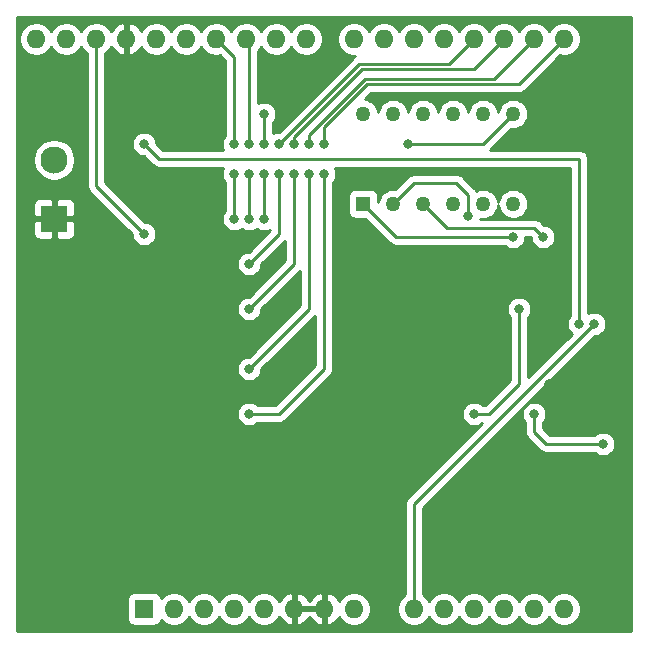
<source format=gbr>
%TF.GenerationSoftware,KiCad,Pcbnew,(5.1.6)-1*%
%TF.CreationDate,2020-09-19T20:41:12-05:00*%
%TF.ProjectId,voltmeter,766f6c74-6d65-4746-9572-2e6b69636164,rev?*%
%TF.SameCoordinates,Original*%
%TF.FileFunction,Copper,L2,Bot*%
%TF.FilePolarity,Positive*%
%FSLAX46Y46*%
G04 Gerber Fmt 4.6, Leading zero omitted, Abs format (unit mm)*
G04 Created by KiCad (PCBNEW (5.1.6)-1) date 2020-09-19 20:41:12*
%MOMM*%
%LPD*%
G01*
G04 APERTURE LIST*
%TA.AperFunction,ComponentPad*%
%ADD10C,1.270000*%
%TD*%
%TA.AperFunction,ComponentPad*%
%ADD11R,1.270000X1.270000*%
%TD*%
%TA.AperFunction,ComponentPad*%
%ADD12O,1.600000X1.600000*%
%TD*%
%TA.AperFunction,ComponentPad*%
%ADD13R,1.600000X1.600000*%
%TD*%
%TA.AperFunction,ComponentPad*%
%ADD14C,2.300000*%
%TD*%
%TA.AperFunction,ComponentPad*%
%ADD15R,2.300000X2.300000*%
%TD*%
%TA.AperFunction,ViaPad*%
%ADD16C,0.800000*%
%TD*%
%TA.AperFunction,Conductor*%
%ADD17C,0.250000*%
%TD*%
%TA.AperFunction,Conductor*%
%ADD18C,0.254000*%
%TD*%
G04 APERTURE END LIST*
D10*
%TO.P,LED0,12*%
%TO.N,Net-(A0-Pad19)*%
X144272000Y-86360000D03*
%TO.P,LED0,11*%
%TO.N,Net-(LED0-Pad11)*%
X146812000Y-86360000D03*
%TO.P,LED0,10*%
%TO.N,Net-(LED0-Pad10)*%
X149352000Y-86360000D03*
%TO.P,LED0,9*%
%TO.N,Net-(A0-Pad20)*%
X151892000Y-86360000D03*
%TO.P,LED0,8*%
%TO.N,Net-(A0-Pad21)*%
X154432000Y-86360000D03*
%TO.P,LED0,7*%
%TO.N,Net-(LED0-Pad7)*%
X156972000Y-86360000D03*
%TO.P,LED0,6*%
%TO.N,Net-(A0-Pad22)*%
X156972000Y-93980000D03*
%TO.P,LED0,5*%
%TO.N,Net-(LED0-Pad5)*%
X154432000Y-93980000D03*
%TO.P,LED0,4*%
%TO.N,Net-(LED0-Pad4)*%
X151892000Y-93980000D03*
%TO.P,LED0,3*%
%TO.N,Net-(LED0-Pad3)*%
X149352000Y-93980000D03*
%TO.P,LED0,2*%
%TO.N,Net-(LED0-Pad2)*%
X146812000Y-93980000D03*
D11*
%TO.P,LED0,1*%
%TO.N,Net-(LED0-Pad1)*%
X144272000Y-93980000D03*
%TD*%
D12*
%TO.P,A0,16*%
%TO.N,5vLeg*%
X158750000Y-80010000D03*
%TO.P,A0,15*%
%TO.N,1.2vLeg*%
X161290000Y-80010000D03*
%TO.P,A0,30*%
%TO.N,AREF_4.096v*%
X121670000Y-80010000D03*
%TO.P,A0,14*%
%TO.N,Net-(A0-Pad14)*%
X161290000Y-128270000D03*
%TO.P,A0,29*%
%TO.N,GND*%
X124210000Y-80010000D03*
%TO.P,A0,13*%
%TO.N,Net-(A0-Pad13)*%
X158750000Y-128270000D03*
%TO.P,A0,28*%
%TO.N,Net-(A0-Pad28)*%
X126750000Y-80010000D03*
%TO.P,A0,12*%
%TO.N,Net-(A0-Pad12)*%
X156210000Y-128270000D03*
%TO.P,A0,27*%
%TO.N,Net-(A0-Pad27)*%
X129290000Y-80010000D03*
%TO.P,A0,11*%
%TO.N,Net-(A0-Pad11)*%
X153670000Y-128270000D03*
%TO.P,A0,26*%
%TO.N,Net-(A0-Pad26)*%
X131830000Y-80010000D03*
%TO.P,A0,10*%
%TO.N,ADC-Gain*%
X151130000Y-128270000D03*
%TO.P,A0,25*%
%TO.N,Net-(A0-Pad25)*%
X134370000Y-80010000D03*
%TO.P,A0,9*%
%TO.N,ADC-Unity*%
X148590000Y-128270000D03*
%TO.P,A0,24*%
%TO.N,Net-(A0-Pad24)*%
X136910000Y-80010000D03*
%TO.P,A0,8*%
%TO.N,Net-(A0-Pad8)*%
X143510000Y-128270000D03*
%TO.P,A0,23*%
%TO.N,Net-(A0-Pad23)*%
X139450000Y-80010000D03*
%TO.P,A0,7*%
%TO.N,GND*%
X140970000Y-128270000D03*
%TO.P,A0,22*%
%TO.N,Net-(A0-Pad22)*%
X143510000Y-80010000D03*
%TO.P,A0,6*%
%TO.N,GND*%
X138430000Y-128270000D03*
%TO.P,A0,21*%
%TO.N,Net-(A0-Pad21)*%
X146050000Y-80010000D03*
%TO.P,A0,5*%
%TO.N,VCC*%
X135890000Y-128270000D03*
%TO.P,A0,20*%
%TO.N,Net-(A0-Pad20)*%
X148590000Y-80010000D03*
%TO.P,A0,4*%
%TO.N,Net-(A0-Pad4)*%
X133350000Y-128270000D03*
%TO.P,A0,19*%
%TO.N,Net-(A0-Pad19)*%
X151130000Y-80010000D03*
%TO.P,A0,3*%
%TO.N,Net-(A0-Pad3)*%
X130810000Y-128270000D03*
%TO.P,A0,18*%
%TO.N,30vLeg*%
X153670000Y-80010000D03*
%TO.P,A0,2*%
%TO.N,Net-(A0-Pad2)*%
X128270000Y-128270000D03*
%TO.P,A0,17*%
%TO.N,15vLeg*%
X156210000Y-80010000D03*
D13*
%TO.P,A0,1*%
%TO.N,Net-(A0-Pad1)*%
X125730000Y-128270000D03*
D12*
%TO.P,A0,31*%
%TO.N,Net-(A0-Pad31)*%
X119130000Y-80010000D03*
%TO.P,A0,32*%
%TO.N,Net-(A0-Pad32)*%
X116590000Y-80010000D03*
%TD*%
D14*
%TO.P,J0,2*%
%TO.N,Net-(J0-Pad2)*%
X118110000Y-90250000D03*
D15*
%TO.P,J0,1*%
%TO.N,GND*%
X118110000Y-95250000D03*
%TD*%
D16*
%TO.N,5vLeg*%
X134620000Y-107950000D03*
X139700000Y-91440000D03*
X139700000Y-88900000D03*
%TO.N,1.2vLeg*%
X134620000Y-111760000D03*
X140970000Y-91440000D03*
X140970000Y-88900000D03*
%TO.N,AREF_4.096v*%
X125730000Y-96520000D03*
%TO.N,GND*%
X125730000Y-91440000D03*
X130810000Y-88900000D03*
X128270000Y-88900000D03*
X116840000Y-83820000D03*
X118110000Y-101600000D03*
X118110000Y-106680000D03*
X118110000Y-113030000D03*
X118110000Y-119380000D03*
X143510000Y-102870000D03*
X143510000Y-105410000D03*
X143510000Y-107950000D03*
X156210000Y-105410000D03*
X156210000Y-107950000D03*
X147320000Y-106680000D03*
X151130000Y-106680000D03*
X154940000Y-106680000D03*
X163830000Y-109220000D03*
X165100000Y-109220000D03*
X160020000Y-109220000D03*
X163830000Y-120650000D03*
X163830000Y-123190000D03*
X163830000Y-125730000D03*
X125730000Y-121920000D03*
X128270000Y-121920000D03*
X124460000Y-124460000D03*
X125730000Y-125730000D03*
X127000000Y-125730000D03*
X128270000Y-125730000D03*
X129540000Y-124460000D03*
X161290000Y-83820000D03*
X165100000Y-83820000D03*
X165100000Y-87630000D03*
X137160000Y-82550000D03*
X139700000Y-82550000D03*
X143510000Y-97790000D03*
X143510000Y-100330000D03*
%TO.N,VCC*%
X164592000Y-114300000D03*
%TO.N,Net-(A0-Pad28)*%
X135890000Y-95250000D03*
X135890000Y-88900000D03*
X135890000Y-91440000D03*
X135890000Y-86360000D03*
%TO.N,Net-(A0-Pad26)*%
X133350000Y-95250000D03*
X133350000Y-91440000D03*
X133350000Y-88900000D03*
%TO.N,Net-(A0-Pad25)*%
X134620000Y-95250000D03*
X134620000Y-88900000D03*
X134620000Y-91440000D03*
%TO.N,ADC-Unity*%
X163830000Y-104140000D03*
%TO.N,VCC*%
X158750000Y-111760000D03*
%TO.N,30vLeg*%
X134620000Y-99060000D03*
X137160000Y-91440000D03*
X137160000Y-88900000D03*
%TO.N,15vLeg*%
X134620000Y-102870000D03*
X138430000Y-91440000D03*
X138430000Y-88900000D03*
%TO.N,/VoltageDivider*%
X162560000Y-104140000D03*
X125730000Y-88900000D03*
%TO.N,Net-(R10-Pad2)*%
X153670000Y-111760000D03*
X157480000Y-102870000D03*
%TO.N,Net-(LED0-Pad7)*%
X148082000Y-88900000D03*
%TO.N,Net-(LED0-Pad3)*%
X159512000Y-96774000D03*
%TO.N,Net-(LED0-Pad2)*%
X153162000Y-94996000D03*
%TO.N,Net-(LED0-Pad1)*%
X156972000Y-96774000D03*
%TD*%
D17*
%TO.N,5vLeg*%
X134620000Y-107950000D02*
X139700000Y-102870000D01*
X139700000Y-102870000D02*
X139700000Y-91440000D01*
X139700000Y-88112788D02*
X144442798Y-83369990D01*
X139700000Y-88900000D02*
X139700000Y-88112788D01*
X155390010Y-83369990D02*
X158750000Y-80010000D01*
X144442798Y-83369990D02*
X155390010Y-83369990D01*
%TO.N,1.2vLeg*%
X134620000Y-111760000D02*
X137160000Y-111760000D01*
X137160000Y-111760000D02*
X140970000Y-107950000D01*
X140970000Y-107950000D02*
X140970000Y-91440000D01*
X140970000Y-87479198D02*
X144629198Y-83820000D01*
X140970000Y-88900000D02*
X140970000Y-87479198D01*
X157480000Y-83820000D02*
X161290000Y-80010000D01*
X144629198Y-83820000D02*
X157480000Y-83820000D01*
%TO.N,AREF_4.096v*%
X121670000Y-92460000D02*
X121670000Y-80010000D01*
X125730000Y-96520000D02*
X121670000Y-92460000D01*
%TO.N,Net-(A0-Pad28)*%
X135890000Y-95250000D02*
X135890000Y-91440000D01*
X135890000Y-88900000D02*
X135890000Y-86360000D01*
%TO.N,Net-(A0-Pad26)*%
X133350000Y-95250000D02*
X133350000Y-91440000D01*
X133350000Y-81530000D02*
X131830000Y-80010000D01*
X133350000Y-88900000D02*
X133350000Y-81530000D01*
%TO.N,Net-(A0-Pad25)*%
X134620000Y-80260000D02*
X134370000Y-80010000D01*
X134620000Y-88900000D02*
X134620000Y-80260000D01*
X134620000Y-91440000D02*
X134620000Y-95250000D01*
%TO.N,ADC-Unity*%
X148590000Y-119380000D02*
X148590000Y-128270000D01*
X163830000Y-104140000D02*
X148590000Y-119380000D01*
%TO.N,VCC*%
X159766000Y-114300000D02*
X164592000Y-114300000D01*
X158750000Y-111760000D02*
X158750000Y-113284000D01*
X158750000Y-113284000D02*
X159766000Y-114300000D01*
%TO.N,30vLeg*%
X134620000Y-99060000D02*
X137160000Y-96520000D01*
X137160000Y-96520000D02*
X137160000Y-91440000D01*
X137160000Y-88900000D02*
X143960010Y-82099990D01*
X151580010Y-82099990D02*
X153670000Y-80010000D01*
X143960010Y-82099990D02*
X151580010Y-82099990D01*
%TO.N,15vLeg*%
X134620000Y-102870000D02*
X138430000Y-99060000D01*
X138430000Y-99060000D02*
X138430000Y-91440000D01*
X153670000Y-82550000D02*
X156210000Y-80010000D01*
X144214315Y-82550000D02*
X153670000Y-82550000D01*
X138430000Y-88900000D02*
X138430000Y-88334315D01*
X138430000Y-88334315D02*
X144214315Y-82550000D01*
%TO.N,/VoltageDivider*%
X162560000Y-104140000D02*
X162560000Y-90170000D01*
X162560000Y-90170000D02*
X128270000Y-90170000D01*
X127000000Y-90170000D02*
X125730000Y-88900000D01*
X128270000Y-90170000D02*
X127000000Y-90170000D01*
%TO.N,Net-(R10-Pad2)*%
X153670000Y-111760000D02*
X154940000Y-111760000D01*
X154940000Y-111760000D02*
X157480000Y-109220000D01*
X157480000Y-109220000D02*
X157480000Y-102870000D01*
%TO.N,Net-(LED0-Pad7)*%
X154432000Y-88900000D02*
X156972000Y-86360000D01*
X148082000Y-88900000D02*
X154432000Y-88900000D01*
%TO.N,Net-(LED0-Pad3)*%
X159512000Y-96774000D02*
X158750000Y-96012000D01*
X151384000Y-96012000D02*
X149352000Y-93980000D01*
X158750000Y-96012000D02*
X151384000Y-96012000D01*
%TO.N,Net-(LED0-Pad2)*%
X148590000Y-92202000D02*
X146812000Y-93980000D01*
X152146000Y-92202000D02*
X148590000Y-92202000D01*
X153162000Y-94996000D02*
X153162000Y-93218000D01*
X153162000Y-93218000D02*
X152146000Y-92202000D01*
%TO.N,Net-(LED0-Pad1)*%
X147066000Y-96774000D02*
X144272000Y-93980000D01*
X156972000Y-96774000D02*
X147066000Y-96774000D01*
%TD*%
D18*
%TO.N,GND*%
G36*
X166980001Y-130150000D02*
G01*
X114960000Y-130150000D01*
X114960000Y-127470000D01*
X124291928Y-127470000D01*
X124291928Y-129070000D01*
X124304188Y-129194482D01*
X124340498Y-129314180D01*
X124399463Y-129424494D01*
X124478815Y-129521185D01*
X124575506Y-129600537D01*
X124685820Y-129659502D01*
X124805518Y-129695812D01*
X124930000Y-129708072D01*
X126530000Y-129708072D01*
X126654482Y-129695812D01*
X126774180Y-129659502D01*
X126884494Y-129600537D01*
X126981185Y-129521185D01*
X127060537Y-129424494D01*
X127119502Y-129314180D01*
X127155812Y-129194482D01*
X127156643Y-129186039D01*
X127355241Y-129384637D01*
X127590273Y-129541680D01*
X127851426Y-129649853D01*
X128128665Y-129705000D01*
X128411335Y-129705000D01*
X128688574Y-129649853D01*
X128949727Y-129541680D01*
X129184759Y-129384637D01*
X129384637Y-129184759D01*
X129540000Y-128952241D01*
X129695363Y-129184759D01*
X129895241Y-129384637D01*
X130130273Y-129541680D01*
X130391426Y-129649853D01*
X130668665Y-129705000D01*
X130951335Y-129705000D01*
X131228574Y-129649853D01*
X131489727Y-129541680D01*
X131724759Y-129384637D01*
X131924637Y-129184759D01*
X132080000Y-128952241D01*
X132235363Y-129184759D01*
X132435241Y-129384637D01*
X132670273Y-129541680D01*
X132931426Y-129649853D01*
X133208665Y-129705000D01*
X133491335Y-129705000D01*
X133768574Y-129649853D01*
X134029727Y-129541680D01*
X134264759Y-129384637D01*
X134464637Y-129184759D01*
X134620000Y-128952241D01*
X134775363Y-129184759D01*
X134975241Y-129384637D01*
X135210273Y-129541680D01*
X135471426Y-129649853D01*
X135748665Y-129705000D01*
X136031335Y-129705000D01*
X136308574Y-129649853D01*
X136569727Y-129541680D01*
X136804759Y-129384637D01*
X137004637Y-129184759D01*
X137161680Y-128949727D01*
X137166067Y-128939135D01*
X137277615Y-129125131D01*
X137466586Y-129333519D01*
X137692580Y-129501037D01*
X137946913Y-129621246D01*
X138080961Y-129661904D01*
X138303000Y-129539915D01*
X138303000Y-128397000D01*
X138557000Y-128397000D01*
X138557000Y-129539915D01*
X138779039Y-129661904D01*
X138913087Y-129621246D01*
X139167420Y-129501037D01*
X139393414Y-129333519D01*
X139582385Y-129125131D01*
X139700000Y-128929018D01*
X139817615Y-129125131D01*
X140006586Y-129333519D01*
X140232580Y-129501037D01*
X140486913Y-129621246D01*
X140620961Y-129661904D01*
X140843000Y-129539915D01*
X140843000Y-128397000D01*
X138557000Y-128397000D01*
X138303000Y-128397000D01*
X138283000Y-128397000D01*
X138283000Y-128143000D01*
X138303000Y-128143000D01*
X138303000Y-127000085D01*
X138557000Y-127000085D01*
X138557000Y-128143000D01*
X140843000Y-128143000D01*
X140843000Y-127000085D01*
X141097000Y-127000085D01*
X141097000Y-128143000D01*
X141117000Y-128143000D01*
X141117000Y-128397000D01*
X141097000Y-128397000D01*
X141097000Y-129539915D01*
X141319039Y-129661904D01*
X141453087Y-129621246D01*
X141707420Y-129501037D01*
X141933414Y-129333519D01*
X142122385Y-129125131D01*
X142233933Y-128939135D01*
X142238320Y-128949727D01*
X142395363Y-129184759D01*
X142595241Y-129384637D01*
X142830273Y-129541680D01*
X143091426Y-129649853D01*
X143368665Y-129705000D01*
X143651335Y-129705000D01*
X143928574Y-129649853D01*
X144189727Y-129541680D01*
X144424759Y-129384637D01*
X144624637Y-129184759D01*
X144781680Y-128949727D01*
X144889853Y-128688574D01*
X144945000Y-128411335D01*
X144945000Y-128128665D01*
X144889853Y-127851426D01*
X144781680Y-127590273D01*
X144624637Y-127355241D01*
X144424759Y-127155363D01*
X144189727Y-126998320D01*
X143928574Y-126890147D01*
X143651335Y-126835000D01*
X143368665Y-126835000D01*
X143091426Y-126890147D01*
X142830273Y-126998320D01*
X142595241Y-127155363D01*
X142395363Y-127355241D01*
X142238320Y-127590273D01*
X142233933Y-127600865D01*
X142122385Y-127414869D01*
X141933414Y-127206481D01*
X141707420Y-127038963D01*
X141453087Y-126918754D01*
X141319039Y-126878096D01*
X141097000Y-127000085D01*
X140843000Y-127000085D01*
X140620961Y-126878096D01*
X140486913Y-126918754D01*
X140232580Y-127038963D01*
X140006586Y-127206481D01*
X139817615Y-127414869D01*
X139700000Y-127610982D01*
X139582385Y-127414869D01*
X139393414Y-127206481D01*
X139167420Y-127038963D01*
X138913087Y-126918754D01*
X138779039Y-126878096D01*
X138557000Y-127000085D01*
X138303000Y-127000085D01*
X138080961Y-126878096D01*
X137946913Y-126918754D01*
X137692580Y-127038963D01*
X137466586Y-127206481D01*
X137277615Y-127414869D01*
X137166067Y-127600865D01*
X137161680Y-127590273D01*
X137004637Y-127355241D01*
X136804759Y-127155363D01*
X136569727Y-126998320D01*
X136308574Y-126890147D01*
X136031335Y-126835000D01*
X135748665Y-126835000D01*
X135471426Y-126890147D01*
X135210273Y-126998320D01*
X134975241Y-127155363D01*
X134775363Y-127355241D01*
X134620000Y-127587759D01*
X134464637Y-127355241D01*
X134264759Y-127155363D01*
X134029727Y-126998320D01*
X133768574Y-126890147D01*
X133491335Y-126835000D01*
X133208665Y-126835000D01*
X132931426Y-126890147D01*
X132670273Y-126998320D01*
X132435241Y-127155363D01*
X132235363Y-127355241D01*
X132080000Y-127587759D01*
X131924637Y-127355241D01*
X131724759Y-127155363D01*
X131489727Y-126998320D01*
X131228574Y-126890147D01*
X130951335Y-126835000D01*
X130668665Y-126835000D01*
X130391426Y-126890147D01*
X130130273Y-126998320D01*
X129895241Y-127155363D01*
X129695363Y-127355241D01*
X129540000Y-127587759D01*
X129384637Y-127355241D01*
X129184759Y-127155363D01*
X128949727Y-126998320D01*
X128688574Y-126890147D01*
X128411335Y-126835000D01*
X128128665Y-126835000D01*
X127851426Y-126890147D01*
X127590273Y-126998320D01*
X127355241Y-127155363D01*
X127156643Y-127353961D01*
X127155812Y-127345518D01*
X127119502Y-127225820D01*
X127060537Y-127115506D01*
X126981185Y-127018815D01*
X126884494Y-126939463D01*
X126774180Y-126880498D01*
X126654482Y-126844188D01*
X126530000Y-126831928D01*
X124930000Y-126831928D01*
X124805518Y-126844188D01*
X124685820Y-126880498D01*
X124575506Y-126939463D01*
X124478815Y-127018815D01*
X124399463Y-127115506D01*
X124340498Y-127225820D01*
X124304188Y-127345518D01*
X124291928Y-127470000D01*
X114960000Y-127470000D01*
X114960000Y-96400000D01*
X116321928Y-96400000D01*
X116334188Y-96524482D01*
X116370498Y-96644180D01*
X116429463Y-96754494D01*
X116508815Y-96851185D01*
X116605506Y-96930537D01*
X116715820Y-96989502D01*
X116835518Y-97025812D01*
X116960000Y-97038072D01*
X117824250Y-97035000D01*
X117983000Y-96876250D01*
X117983000Y-95377000D01*
X118237000Y-95377000D01*
X118237000Y-96876250D01*
X118395750Y-97035000D01*
X119260000Y-97038072D01*
X119384482Y-97025812D01*
X119504180Y-96989502D01*
X119614494Y-96930537D01*
X119711185Y-96851185D01*
X119790537Y-96754494D01*
X119849502Y-96644180D01*
X119885812Y-96524482D01*
X119898072Y-96400000D01*
X119895000Y-95535750D01*
X119736250Y-95377000D01*
X118237000Y-95377000D01*
X117983000Y-95377000D01*
X116483750Y-95377000D01*
X116325000Y-95535750D01*
X116321928Y-96400000D01*
X114960000Y-96400000D01*
X114960000Y-94100000D01*
X116321928Y-94100000D01*
X116325000Y-94964250D01*
X116483750Y-95123000D01*
X117983000Y-95123000D01*
X117983000Y-93623750D01*
X118237000Y-93623750D01*
X118237000Y-95123000D01*
X119736250Y-95123000D01*
X119895000Y-94964250D01*
X119898072Y-94100000D01*
X119885812Y-93975518D01*
X119849502Y-93855820D01*
X119790537Y-93745506D01*
X119711185Y-93648815D01*
X119614494Y-93569463D01*
X119504180Y-93510498D01*
X119384482Y-93474188D01*
X119260000Y-93461928D01*
X118395750Y-93465000D01*
X118237000Y-93623750D01*
X117983000Y-93623750D01*
X117824250Y-93465000D01*
X116960000Y-93461928D01*
X116835518Y-93474188D01*
X116715820Y-93510498D01*
X116605506Y-93569463D01*
X116508815Y-93648815D01*
X116429463Y-93745506D01*
X116370498Y-93855820D01*
X116334188Y-93975518D01*
X116321928Y-94100000D01*
X114960000Y-94100000D01*
X114960000Y-90074193D01*
X116325000Y-90074193D01*
X116325000Y-90425807D01*
X116393596Y-90770665D01*
X116528153Y-91095515D01*
X116723500Y-91387871D01*
X116972129Y-91636500D01*
X117264485Y-91831847D01*
X117589335Y-91966404D01*
X117934193Y-92035000D01*
X118285807Y-92035000D01*
X118630665Y-91966404D01*
X118955515Y-91831847D01*
X119247871Y-91636500D01*
X119496500Y-91387871D01*
X119691847Y-91095515D01*
X119826404Y-90770665D01*
X119895000Y-90425807D01*
X119895000Y-90074193D01*
X119826404Y-89729335D01*
X119691847Y-89404485D01*
X119496500Y-89112129D01*
X119247871Y-88863500D01*
X118955515Y-88668153D01*
X118630665Y-88533596D01*
X118285807Y-88465000D01*
X117934193Y-88465000D01*
X117589335Y-88533596D01*
X117264485Y-88668153D01*
X116972129Y-88863500D01*
X116723500Y-89112129D01*
X116528153Y-89404485D01*
X116393596Y-89729335D01*
X116325000Y-90074193D01*
X114960000Y-90074193D01*
X114960000Y-79868665D01*
X115155000Y-79868665D01*
X115155000Y-80151335D01*
X115210147Y-80428574D01*
X115318320Y-80689727D01*
X115475363Y-80924759D01*
X115675241Y-81124637D01*
X115910273Y-81281680D01*
X116171426Y-81389853D01*
X116448665Y-81445000D01*
X116731335Y-81445000D01*
X117008574Y-81389853D01*
X117269727Y-81281680D01*
X117504759Y-81124637D01*
X117704637Y-80924759D01*
X117860000Y-80692241D01*
X118015363Y-80924759D01*
X118215241Y-81124637D01*
X118450273Y-81281680D01*
X118711426Y-81389853D01*
X118988665Y-81445000D01*
X119271335Y-81445000D01*
X119548574Y-81389853D01*
X119809727Y-81281680D01*
X120044759Y-81124637D01*
X120244637Y-80924759D01*
X120400000Y-80692241D01*
X120555363Y-80924759D01*
X120755241Y-81124637D01*
X120910001Y-81228044D01*
X120910000Y-92422678D01*
X120906324Y-92460000D01*
X120910000Y-92497322D01*
X120910000Y-92497332D01*
X120920997Y-92608985D01*
X120941932Y-92677999D01*
X120964454Y-92752246D01*
X121035026Y-92884276D01*
X121069066Y-92925753D01*
X121129999Y-93000001D01*
X121159003Y-93023804D01*
X124695000Y-96559802D01*
X124695000Y-96621939D01*
X124734774Y-96821898D01*
X124812795Y-97010256D01*
X124926063Y-97179774D01*
X125070226Y-97323937D01*
X125239744Y-97437205D01*
X125428102Y-97515226D01*
X125628061Y-97555000D01*
X125831939Y-97555000D01*
X126031898Y-97515226D01*
X126220256Y-97437205D01*
X126389774Y-97323937D01*
X126533937Y-97179774D01*
X126647205Y-97010256D01*
X126725226Y-96821898D01*
X126765000Y-96621939D01*
X126765000Y-96418061D01*
X126725226Y-96218102D01*
X126647205Y-96029744D01*
X126533937Y-95860226D01*
X126389774Y-95716063D01*
X126220256Y-95602795D01*
X126031898Y-95524774D01*
X125831939Y-95485000D01*
X125769802Y-95485000D01*
X122430000Y-92145199D01*
X122430000Y-81228043D01*
X122584759Y-81124637D01*
X122784637Y-80924759D01*
X122941680Y-80689727D01*
X122946067Y-80679135D01*
X123057615Y-80865131D01*
X123246586Y-81073519D01*
X123472580Y-81241037D01*
X123726913Y-81361246D01*
X123860961Y-81401904D01*
X124083000Y-81279915D01*
X124083000Y-80137000D01*
X124063000Y-80137000D01*
X124063000Y-79883000D01*
X124083000Y-79883000D01*
X124083000Y-78740085D01*
X124337000Y-78740085D01*
X124337000Y-79883000D01*
X124357000Y-79883000D01*
X124357000Y-80137000D01*
X124337000Y-80137000D01*
X124337000Y-81279915D01*
X124559039Y-81401904D01*
X124693087Y-81361246D01*
X124947420Y-81241037D01*
X125173414Y-81073519D01*
X125362385Y-80865131D01*
X125473933Y-80679135D01*
X125478320Y-80689727D01*
X125635363Y-80924759D01*
X125835241Y-81124637D01*
X126070273Y-81281680D01*
X126331426Y-81389853D01*
X126608665Y-81445000D01*
X126891335Y-81445000D01*
X127168574Y-81389853D01*
X127429727Y-81281680D01*
X127664759Y-81124637D01*
X127864637Y-80924759D01*
X128020000Y-80692241D01*
X128175363Y-80924759D01*
X128375241Y-81124637D01*
X128610273Y-81281680D01*
X128871426Y-81389853D01*
X129148665Y-81445000D01*
X129431335Y-81445000D01*
X129708574Y-81389853D01*
X129969727Y-81281680D01*
X130204759Y-81124637D01*
X130404637Y-80924759D01*
X130560000Y-80692241D01*
X130715363Y-80924759D01*
X130915241Y-81124637D01*
X131150273Y-81281680D01*
X131411426Y-81389853D01*
X131688665Y-81445000D01*
X131971335Y-81445000D01*
X132153886Y-81408688D01*
X132590001Y-81844803D01*
X132590000Y-88196289D01*
X132546063Y-88240226D01*
X132432795Y-88409744D01*
X132354774Y-88598102D01*
X132315000Y-88798061D01*
X132315000Y-89001939D01*
X132354774Y-89201898D01*
X132432795Y-89390256D01*
X132445987Y-89410000D01*
X127314802Y-89410000D01*
X126765000Y-88860199D01*
X126765000Y-88798061D01*
X126725226Y-88598102D01*
X126647205Y-88409744D01*
X126533937Y-88240226D01*
X126389774Y-88096063D01*
X126220256Y-87982795D01*
X126031898Y-87904774D01*
X125831939Y-87865000D01*
X125628061Y-87865000D01*
X125428102Y-87904774D01*
X125239744Y-87982795D01*
X125070226Y-88096063D01*
X124926063Y-88240226D01*
X124812795Y-88409744D01*
X124734774Y-88598102D01*
X124695000Y-88798061D01*
X124695000Y-89001939D01*
X124734774Y-89201898D01*
X124812795Y-89390256D01*
X124926063Y-89559774D01*
X125070226Y-89703937D01*
X125239744Y-89817205D01*
X125428102Y-89895226D01*
X125628061Y-89935000D01*
X125690199Y-89935000D01*
X126436201Y-90681003D01*
X126459999Y-90710001D01*
X126575724Y-90804974D01*
X126707753Y-90875546D01*
X126851014Y-90919003D01*
X126962667Y-90930000D01*
X126962676Y-90930000D01*
X126999999Y-90933676D01*
X127037322Y-90930000D01*
X132445987Y-90930000D01*
X132432795Y-90949744D01*
X132354774Y-91138102D01*
X132315000Y-91338061D01*
X132315000Y-91541939D01*
X132354774Y-91741898D01*
X132432795Y-91930256D01*
X132546063Y-92099774D01*
X132590001Y-92143712D01*
X132590000Y-94546289D01*
X132546063Y-94590226D01*
X132432795Y-94759744D01*
X132354774Y-94948102D01*
X132315000Y-95148061D01*
X132315000Y-95351939D01*
X132354774Y-95551898D01*
X132432795Y-95740256D01*
X132546063Y-95909774D01*
X132690226Y-96053937D01*
X132859744Y-96167205D01*
X133048102Y-96245226D01*
X133248061Y-96285000D01*
X133451939Y-96285000D01*
X133651898Y-96245226D01*
X133840256Y-96167205D01*
X133985000Y-96070490D01*
X134129744Y-96167205D01*
X134318102Y-96245226D01*
X134518061Y-96285000D01*
X134721939Y-96285000D01*
X134921898Y-96245226D01*
X135110256Y-96167205D01*
X135255000Y-96070490D01*
X135399744Y-96167205D01*
X135588102Y-96245226D01*
X135788061Y-96285000D01*
X135991939Y-96285000D01*
X136191898Y-96245226D01*
X136380256Y-96167205D01*
X136400000Y-96154012D01*
X136400000Y-96205197D01*
X134580199Y-98025000D01*
X134518061Y-98025000D01*
X134318102Y-98064774D01*
X134129744Y-98142795D01*
X133960226Y-98256063D01*
X133816063Y-98400226D01*
X133702795Y-98569744D01*
X133624774Y-98758102D01*
X133585000Y-98958061D01*
X133585000Y-99161939D01*
X133624774Y-99361898D01*
X133702795Y-99550256D01*
X133816063Y-99719774D01*
X133960226Y-99863937D01*
X134129744Y-99977205D01*
X134318102Y-100055226D01*
X134518061Y-100095000D01*
X134721939Y-100095000D01*
X134921898Y-100055226D01*
X135110256Y-99977205D01*
X135279774Y-99863937D01*
X135423937Y-99719774D01*
X135537205Y-99550256D01*
X135615226Y-99361898D01*
X135655000Y-99161939D01*
X135655000Y-99099801D01*
X137670000Y-97084803D01*
X137670000Y-98745198D01*
X134580199Y-101835000D01*
X134518061Y-101835000D01*
X134318102Y-101874774D01*
X134129744Y-101952795D01*
X133960226Y-102066063D01*
X133816063Y-102210226D01*
X133702795Y-102379744D01*
X133624774Y-102568102D01*
X133585000Y-102768061D01*
X133585000Y-102971939D01*
X133624774Y-103171898D01*
X133702795Y-103360256D01*
X133816063Y-103529774D01*
X133960226Y-103673937D01*
X134129744Y-103787205D01*
X134318102Y-103865226D01*
X134518061Y-103905000D01*
X134721939Y-103905000D01*
X134921898Y-103865226D01*
X135110256Y-103787205D01*
X135279774Y-103673937D01*
X135423937Y-103529774D01*
X135537205Y-103360256D01*
X135615226Y-103171898D01*
X135655000Y-102971939D01*
X135655000Y-102909801D01*
X138940000Y-99624802D01*
X138940000Y-102555198D01*
X134580199Y-106915000D01*
X134518061Y-106915000D01*
X134318102Y-106954774D01*
X134129744Y-107032795D01*
X133960226Y-107146063D01*
X133816063Y-107290226D01*
X133702795Y-107459744D01*
X133624774Y-107648102D01*
X133585000Y-107848061D01*
X133585000Y-108051939D01*
X133624774Y-108251898D01*
X133702795Y-108440256D01*
X133816063Y-108609774D01*
X133960226Y-108753937D01*
X134129744Y-108867205D01*
X134318102Y-108945226D01*
X134518061Y-108985000D01*
X134721939Y-108985000D01*
X134921898Y-108945226D01*
X135110256Y-108867205D01*
X135279774Y-108753937D01*
X135423937Y-108609774D01*
X135537205Y-108440256D01*
X135615226Y-108251898D01*
X135655000Y-108051939D01*
X135655000Y-107989801D01*
X140210000Y-103434802D01*
X140210000Y-107635198D01*
X136845199Y-111000000D01*
X135323711Y-111000000D01*
X135279774Y-110956063D01*
X135110256Y-110842795D01*
X134921898Y-110764774D01*
X134721939Y-110725000D01*
X134518061Y-110725000D01*
X134318102Y-110764774D01*
X134129744Y-110842795D01*
X133960226Y-110956063D01*
X133816063Y-111100226D01*
X133702795Y-111269744D01*
X133624774Y-111458102D01*
X133585000Y-111658061D01*
X133585000Y-111861939D01*
X133624774Y-112061898D01*
X133702795Y-112250256D01*
X133816063Y-112419774D01*
X133960226Y-112563937D01*
X134129744Y-112677205D01*
X134318102Y-112755226D01*
X134518061Y-112795000D01*
X134721939Y-112795000D01*
X134921898Y-112755226D01*
X135110256Y-112677205D01*
X135279774Y-112563937D01*
X135323711Y-112520000D01*
X137122678Y-112520000D01*
X137160000Y-112523676D01*
X137197322Y-112520000D01*
X137197333Y-112520000D01*
X137308986Y-112509003D01*
X137452247Y-112465546D01*
X137584276Y-112394974D01*
X137700001Y-112300001D01*
X137723804Y-112270997D01*
X141481004Y-108513798D01*
X141510001Y-108490001D01*
X141604974Y-108374276D01*
X141675546Y-108242247D01*
X141719003Y-108098986D01*
X141730000Y-107987333D01*
X141730000Y-107987325D01*
X141733676Y-107950000D01*
X141730000Y-107912675D01*
X141730000Y-93345000D01*
X142998928Y-93345000D01*
X142998928Y-94615000D01*
X143011188Y-94739482D01*
X143047498Y-94859180D01*
X143106463Y-94969494D01*
X143185815Y-95066185D01*
X143282506Y-95145537D01*
X143392820Y-95204502D01*
X143512518Y-95240812D01*
X143637000Y-95253072D01*
X144470271Y-95253072D01*
X146502201Y-97285003D01*
X146525999Y-97314001D01*
X146641724Y-97408974D01*
X146773753Y-97479546D01*
X146917014Y-97523003D01*
X147028667Y-97534000D01*
X147028675Y-97534000D01*
X147066000Y-97537676D01*
X147103325Y-97534000D01*
X156268289Y-97534000D01*
X156312226Y-97577937D01*
X156481744Y-97691205D01*
X156670102Y-97769226D01*
X156870061Y-97809000D01*
X157073939Y-97809000D01*
X157273898Y-97769226D01*
X157462256Y-97691205D01*
X157631774Y-97577937D01*
X157775937Y-97433774D01*
X157889205Y-97264256D01*
X157967226Y-97075898D01*
X158007000Y-96875939D01*
X158007000Y-96772000D01*
X158435199Y-96772000D01*
X158477000Y-96813801D01*
X158477000Y-96875939D01*
X158516774Y-97075898D01*
X158594795Y-97264256D01*
X158708063Y-97433774D01*
X158852226Y-97577937D01*
X159021744Y-97691205D01*
X159210102Y-97769226D01*
X159410061Y-97809000D01*
X159613939Y-97809000D01*
X159813898Y-97769226D01*
X160002256Y-97691205D01*
X160171774Y-97577937D01*
X160315937Y-97433774D01*
X160429205Y-97264256D01*
X160507226Y-97075898D01*
X160547000Y-96875939D01*
X160547000Y-96672061D01*
X160507226Y-96472102D01*
X160429205Y-96283744D01*
X160315937Y-96114226D01*
X160171774Y-95970063D01*
X160002256Y-95856795D01*
X159813898Y-95778774D01*
X159613939Y-95739000D01*
X159551801Y-95739000D01*
X159313803Y-95501002D01*
X159290001Y-95471999D01*
X159174276Y-95377026D01*
X159042247Y-95306454D01*
X158898986Y-95262997D01*
X158787333Y-95252000D01*
X158787322Y-95252000D01*
X158750000Y-95248324D01*
X158712678Y-95252000D01*
X154166356Y-95252000D01*
X154172088Y-95223181D01*
X154306916Y-95250000D01*
X154557084Y-95250000D01*
X154802445Y-95201195D01*
X155033571Y-95105459D01*
X155241578Y-94966473D01*
X155418473Y-94789578D01*
X155557459Y-94581571D01*
X155653195Y-94350445D01*
X155702000Y-94105084D01*
X155750805Y-94350445D01*
X155846541Y-94581571D01*
X155985527Y-94789578D01*
X156162422Y-94966473D01*
X156370429Y-95105459D01*
X156601555Y-95201195D01*
X156846916Y-95250000D01*
X157097084Y-95250000D01*
X157342445Y-95201195D01*
X157573571Y-95105459D01*
X157781578Y-94966473D01*
X157958473Y-94789578D01*
X158097459Y-94581571D01*
X158193195Y-94350445D01*
X158242000Y-94105084D01*
X158242000Y-93854916D01*
X158193195Y-93609555D01*
X158097459Y-93378429D01*
X157958473Y-93170422D01*
X157781578Y-92993527D01*
X157573571Y-92854541D01*
X157342445Y-92758805D01*
X157097084Y-92710000D01*
X156846916Y-92710000D01*
X156601555Y-92758805D01*
X156370429Y-92854541D01*
X156162422Y-92993527D01*
X155985527Y-93170422D01*
X155846541Y-93378429D01*
X155750805Y-93609555D01*
X155702000Y-93854916D01*
X155653195Y-93609555D01*
X155557459Y-93378429D01*
X155418473Y-93170422D01*
X155241578Y-92993527D01*
X155033571Y-92854541D01*
X154802445Y-92758805D01*
X154557084Y-92710000D01*
X154306916Y-92710000D01*
X154061555Y-92758805D01*
X153830429Y-92854541D01*
X153829731Y-92855007D01*
X153820092Y-92836974D01*
X153796974Y-92793723D01*
X153725799Y-92706997D01*
X153702001Y-92677999D01*
X153673003Y-92654201D01*
X152709804Y-91691002D01*
X152686001Y-91661999D01*
X152570276Y-91567026D01*
X152438247Y-91496454D01*
X152294986Y-91452997D01*
X152183333Y-91442000D01*
X152183322Y-91442000D01*
X152146000Y-91438324D01*
X152108678Y-91442000D01*
X148627325Y-91442000D01*
X148590000Y-91438324D01*
X148552675Y-91442000D01*
X148552667Y-91442000D01*
X148441014Y-91452997D01*
X148297753Y-91496454D01*
X148165724Y-91567026D01*
X148049999Y-91661999D01*
X148026201Y-91690997D01*
X146995566Y-92721633D01*
X146937084Y-92710000D01*
X146686916Y-92710000D01*
X146441555Y-92758805D01*
X146210429Y-92854541D01*
X146002422Y-92993527D01*
X145825527Y-93170422D01*
X145686541Y-93378429D01*
X145590805Y-93609555D01*
X145545072Y-93839472D01*
X145545072Y-93345000D01*
X145532812Y-93220518D01*
X145496502Y-93100820D01*
X145437537Y-92990506D01*
X145358185Y-92893815D01*
X145261494Y-92814463D01*
X145151180Y-92755498D01*
X145031482Y-92719188D01*
X144907000Y-92706928D01*
X143637000Y-92706928D01*
X143512518Y-92719188D01*
X143392820Y-92755498D01*
X143282506Y-92814463D01*
X143185815Y-92893815D01*
X143106463Y-92990506D01*
X143047498Y-93100820D01*
X143011188Y-93220518D01*
X142998928Y-93345000D01*
X141730000Y-93345000D01*
X141730000Y-92143711D01*
X141773937Y-92099774D01*
X141887205Y-91930256D01*
X141965226Y-91741898D01*
X142005000Y-91541939D01*
X142005000Y-91338061D01*
X141965226Y-91138102D01*
X141887205Y-90949744D01*
X141874013Y-90930000D01*
X161800001Y-90930000D01*
X161800000Y-103436289D01*
X161756063Y-103480226D01*
X161642795Y-103649744D01*
X161564774Y-103838102D01*
X161525000Y-104038061D01*
X161525000Y-104241939D01*
X161564774Y-104441898D01*
X161642795Y-104630256D01*
X161756063Y-104799774D01*
X161900226Y-104943937D01*
X161930819Y-104964379D01*
X158240000Y-108655198D01*
X158240000Y-103573711D01*
X158283937Y-103529774D01*
X158397205Y-103360256D01*
X158475226Y-103171898D01*
X158515000Y-102971939D01*
X158515000Y-102768061D01*
X158475226Y-102568102D01*
X158397205Y-102379744D01*
X158283937Y-102210226D01*
X158139774Y-102066063D01*
X157970256Y-101952795D01*
X157781898Y-101874774D01*
X157581939Y-101835000D01*
X157378061Y-101835000D01*
X157178102Y-101874774D01*
X156989744Y-101952795D01*
X156820226Y-102066063D01*
X156676063Y-102210226D01*
X156562795Y-102379744D01*
X156484774Y-102568102D01*
X156445000Y-102768061D01*
X156445000Y-102971939D01*
X156484774Y-103171898D01*
X156562795Y-103360256D01*
X156676063Y-103529774D01*
X156720001Y-103573712D01*
X156720000Y-108905197D01*
X154625199Y-111000000D01*
X154373711Y-111000000D01*
X154329774Y-110956063D01*
X154160256Y-110842795D01*
X153971898Y-110764774D01*
X153771939Y-110725000D01*
X153568061Y-110725000D01*
X153368102Y-110764774D01*
X153179744Y-110842795D01*
X153010226Y-110956063D01*
X152866063Y-111100226D01*
X152752795Y-111269744D01*
X152674774Y-111458102D01*
X152635000Y-111658061D01*
X152635000Y-111861939D01*
X152674774Y-112061898D01*
X152752795Y-112250256D01*
X152866063Y-112419774D01*
X153010226Y-112563937D01*
X153179744Y-112677205D01*
X153368102Y-112755226D01*
X153568061Y-112795000D01*
X153771939Y-112795000D01*
X153971898Y-112755226D01*
X154160256Y-112677205D01*
X154329774Y-112563937D01*
X154373711Y-112520000D01*
X154375199Y-112520000D01*
X148079003Y-118816196D01*
X148049999Y-118839999D01*
X147994871Y-118907174D01*
X147955026Y-118955724D01*
X147884455Y-119087753D01*
X147884454Y-119087754D01*
X147840997Y-119231015D01*
X147830000Y-119342668D01*
X147830000Y-119342678D01*
X147826324Y-119380000D01*
X147830000Y-119417322D01*
X147830001Y-127051956D01*
X147675241Y-127155363D01*
X147475363Y-127355241D01*
X147318320Y-127590273D01*
X147210147Y-127851426D01*
X147155000Y-128128665D01*
X147155000Y-128411335D01*
X147210147Y-128688574D01*
X147318320Y-128949727D01*
X147475363Y-129184759D01*
X147675241Y-129384637D01*
X147910273Y-129541680D01*
X148171426Y-129649853D01*
X148448665Y-129705000D01*
X148731335Y-129705000D01*
X149008574Y-129649853D01*
X149269727Y-129541680D01*
X149504759Y-129384637D01*
X149704637Y-129184759D01*
X149860000Y-128952241D01*
X150015363Y-129184759D01*
X150215241Y-129384637D01*
X150450273Y-129541680D01*
X150711426Y-129649853D01*
X150988665Y-129705000D01*
X151271335Y-129705000D01*
X151548574Y-129649853D01*
X151809727Y-129541680D01*
X152044759Y-129384637D01*
X152244637Y-129184759D01*
X152400000Y-128952241D01*
X152555363Y-129184759D01*
X152755241Y-129384637D01*
X152990273Y-129541680D01*
X153251426Y-129649853D01*
X153528665Y-129705000D01*
X153811335Y-129705000D01*
X154088574Y-129649853D01*
X154349727Y-129541680D01*
X154584759Y-129384637D01*
X154784637Y-129184759D01*
X154940000Y-128952241D01*
X155095363Y-129184759D01*
X155295241Y-129384637D01*
X155530273Y-129541680D01*
X155791426Y-129649853D01*
X156068665Y-129705000D01*
X156351335Y-129705000D01*
X156628574Y-129649853D01*
X156889727Y-129541680D01*
X157124759Y-129384637D01*
X157324637Y-129184759D01*
X157480000Y-128952241D01*
X157635363Y-129184759D01*
X157835241Y-129384637D01*
X158070273Y-129541680D01*
X158331426Y-129649853D01*
X158608665Y-129705000D01*
X158891335Y-129705000D01*
X159168574Y-129649853D01*
X159429727Y-129541680D01*
X159664759Y-129384637D01*
X159864637Y-129184759D01*
X160020000Y-128952241D01*
X160175363Y-129184759D01*
X160375241Y-129384637D01*
X160610273Y-129541680D01*
X160871426Y-129649853D01*
X161148665Y-129705000D01*
X161431335Y-129705000D01*
X161708574Y-129649853D01*
X161969727Y-129541680D01*
X162204759Y-129384637D01*
X162404637Y-129184759D01*
X162561680Y-128949727D01*
X162669853Y-128688574D01*
X162725000Y-128411335D01*
X162725000Y-128128665D01*
X162669853Y-127851426D01*
X162561680Y-127590273D01*
X162404637Y-127355241D01*
X162204759Y-127155363D01*
X161969727Y-126998320D01*
X161708574Y-126890147D01*
X161431335Y-126835000D01*
X161148665Y-126835000D01*
X160871426Y-126890147D01*
X160610273Y-126998320D01*
X160375241Y-127155363D01*
X160175363Y-127355241D01*
X160020000Y-127587759D01*
X159864637Y-127355241D01*
X159664759Y-127155363D01*
X159429727Y-126998320D01*
X159168574Y-126890147D01*
X158891335Y-126835000D01*
X158608665Y-126835000D01*
X158331426Y-126890147D01*
X158070273Y-126998320D01*
X157835241Y-127155363D01*
X157635363Y-127355241D01*
X157480000Y-127587759D01*
X157324637Y-127355241D01*
X157124759Y-127155363D01*
X156889727Y-126998320D01*
X156628574Y-126890147D01*
X156351335Y-126835000D01*
X156068665Y-126835000D01*
X155791426Y-126890147D01*
X155530273Y-126998320D01*
X155295241Y-127155363D01*
X155095363Y-127355241D01*
X154940000Y-127587759D01*
X154784637Y-127355241D01*
X154584759Y-127155363D01*
X154349727Y-126998320D01*
X154088574Y-126890147D01*
X153811335Y-126835000D01*
X153528665Y-126835000D01*
X153251426Y-126890147D01*
X152990273Y-126998320D01*
X152755241Y-127155363D01*
X152555363Y-127355241D01*
X152400000Y-127587759D01*
X152244637Y-127355241D01*
X152044759Y-127155363D01*
X151809727Y-126998320D01*
X151548574Y-126890147D01*
X151271335Y-126835000D01*
X150988665Y-126835000D01*
X150711426Y-126890147D01*
X150450273Y-126998320D01*
X150215241Y-127155363D01*
X150015363Y-127355241D01*
X149860000Y-127587759D01*
X149704637Y-127355241D01*
X149504759Y-127155363D01*
X149350000Y-127051957D01*
X149350000Y-119694801D01*
X157386740Y-111658061D01*
X157715000Y-111658061D01*
X157715000Y-111861939D01*
X157754774Y-112061898D01*
X157832795Y-112250256D01*
X157946063Y-112419774D01*
X157990000Y-112463711D01*
X157990001Y-113246668D01*
X157986324Y-113284000D01*
X158000998Y-113432985D01*
X158044454Y-113576246D01*
X158115026Y-113708276D01*
X158181273Y-113788997D01*
X158210000Y-113824001D01*
X158238998Y-113847799D01*
X159202201Y-114811003D01*
X159225999Y-114840001D01*
X159254997Y-114863799D01*
X159341723Y-114934974D01*
X159473753Y-115005546D01*
X159617014Y-115049003D01*
X159728667Y-115060000D01*
X159728677Y-115060000D01*
X159766000Y-115063676D01*
X159803322Y-115060000D01*
X163888289Y-115060000D01*
X163932226Y-115103937D01*
X164101744Y-115217205D01*
X164290102Y-115295226D01*
X164490061Y-115335000D01*
X164693939Y-115335000D01*
X164893898Y-115295226D01*
X165082256Y-115217205D01*
X165251774Y-115103937D01*
X165395937Y-114959774D01*
X165509205Y-114790256D01*
X165587226Y-114601898D01*
X165627000Y-114401939D01*
X165627000Y-114198061D01*
X165587226Y-113998102D01*
X165509205Y-113809744D01*
X165395937Y-113640226D01*
X165251774Y-113496063D01*
X165082256Y-113382795D01*
X164893898Y-113304774D01*
X164693939Y-113265000D01*
X164490061Y-113265000D01*
X164290102Y-113304774D01*
X164101744Y-113382795D01*
X163932226Y-113496063D01*
X163888289Y-113540000D01*
X160080802Y-113540000D01*
X159510000Y-112969199D01*
X159510000Y-112463711D01*
X159553937Y-112419774D01*
X159667205Y-112250256D01*
X159745226Y-112061898D01*
X159785000Y-111861939D01*
X159785000Y-111658061D01*
X159745226Y-111458102D01*
X159667205Y-111269744D01*
X159553937Y-111100226D01*
X159409774Y-110956063D01*
X159240256Y-110842795D01*
X159051898Y-110764774D01*
X158851939Y-110725000D01*
X158648061Y-110725000D01*
X158448102Y-110764774D01*
X158259744Y-110842795D01*
X158090226Y-110956063D01*
X157946063Y-111100226D01*
X157832795Y-111269744D01*
X157754774Y-111458102D01*
X157715000Y-111658061D01*
X157386740Y-111658061D01*
X163869802Y-105175000D01*
X163931939Y-105175000D01*
X164131898Y-105135226D01*
X164320256Y-105057205D01*
X164489774Y-104943937D01*
X164633937Y-104799774D01*
X164747205Y-104630256D01*
X164825226Y-104441898D01*
X164865000Y-104241939D01*
X164865000Y-104038061D01*
X164825226Y-103838102D01*
X164747205Y-103649744D01*
X164633937Y-103480226D01*
X164489774Y-103336063D01*
X164320256Y-103222795D01*
X164131898Y-103144774D01*
X163931939Y-103105000D01*
X163728061Y-103105000D01*
X163528102Y-103144774D01*
X163339744Y-103222795D01*
X163320000Y-103235987D01*
X163320000Y-90207333D01*
X163323677Y-90170000D01*
X163309003Y-90021014D01*
X163265546Y-89877753D01*
X163194974Y-89745724D01*
X163100001Y-89629999D01*
X162984276Y-89535026D01*
X162852247Y-89464454D01*
X162708986Y-89420997D01*
X162597333Y-89410000D01*
X162560000Y-89406323D01*
X162522667Y-89410000D01*
X154996801Y-89410000D01*
X156788435Y-87618367D01*
X156846916Y-87630000D01*
X157097084Y-87630000D01*
X157342445Y-87581195D01*
X157573571Y-87485459D01*
X157781578Y-87346473D01*
X157958473Y-87169578D01*
X158097459Y-86961571D01*
X158193195Y-86730445D01*
X158242000Y-86485084D01*
X158242000Y-86234916D01*
X158193195Y-85989555D01*
X158097459Y-85758429D01*
X157958473Y-85550422D01*
X157781578Y-85373527D01*
X157573571Y-85234541D01*
X157342445Y-85138805D01*
X157097084Y-85090000D01*
X156846916Y-85090000D01*
X156601555Y-85138805D01*
X156370429Y-85234541D01*
X156162422Y-85373527D01*
X155985527Y-85550422D01*
X155846541Y-85758429D01*
X155750805Y-85989555D01*
X155702000Y-86234916D01*
X155653195Y-85989555D01*
X155557459Y-85758429D01*
X155418473Y-85550422D01*
X155241578Y-85373527D01*
X155033571Y-85234541D01*
X154802445Y-85138805D01*
X154557084Y-85090000D01*
X154306916Y-85090000D01*
X154061555Y-85138805D01*
X153830429Y-85234541D01*
X153622422Y-85373527D01*
X153445527Y-85550422D01*
X153306541Y-85758429D01*
X153210805Y-85989555D01*
X153162000Y-86234916D01*
X153113195Y-85989555D01*
X153017459Y-85758429D01*
X152878473Y-85550422D01*
X152701578Y-85373527D01*
X152493571Y-85234541D01*
X152262445Y-85138805D01*
X152017084Y-85090000D01*
X151766916Y-85090000D01*
X151521555Y-85138805D01*
X151290429Y-85234541D01*
X151082422Y-85373527D01*
X150905527Y-85550422D01*
X150766541Y-85758429D01*
X150670805Y-85989555D01*
X150622000Y-86234916D01*
X150573195Y-85989555D01*
X150477459Y-85758429D01*
X150338473Y-85550422D01*
X150161578Y-85373527D01*
X149953571Y-85234541D01*
X149722445Y-85138805D01*
X149477084Y-85090000D01*
X149226916Y-85090000D01*
X148981555Y-85138805D01*
X148750429Y-85234541D01*
X148542422Y-85373527D01*
X148365527Y-85550422D01*
X148226541Y-85758429D01*
X148130805Y-85989555D01*
X148082000Y-86234916D01*
X148033195Y-85989555D01*
X147937459Y-85758429D01*
X147798473Y-85550422D01*
X147621578Y-85373527D01*
X147413571Y-85234541D01*
X147182445Y-85138805D01*
X146937084Y-85090000D01*
X146686916Y-85090000D01*
X146441555Y-85138805D01*
X146210429Y-85234541D01*
X146002422Y-85373527D01*
X145825527Y-85550422D01*
X145686541Y-85758429D01*
X145590805Y-85989555D01*
X145542000Y-86234916D01*
X145493195Y-85989555D01*
X145397459Y-85758429D01*
X145258473Y-85550422D01*
X145081578Y-85373527D01*
X144873571Y-85234541D01*
X144642445Y-85138805D01*
X144427876Y-85096125D01*
X144944001Y-84580000D01*
X157442678Y-84580000D01*
X157480000Y-84583676D01*
X157517322Y-84580000D01*
X157517333Y-84580000D01*
X157628986Y-84569003D01*
X157772247Y-84525546D01*
X157904276Y-84454974D01*
X158020001Y-84360001D01*
X158043804Y-84330997D01*
X160966114Y-81408688D01*
X161148665Y-81445000D01*
X161431335Y-81445000D01*
X161708574Y-81389853D01*
X161969727Y-81281680D01*
X162204759Y-81124637D01*
X162404637Y-80924759D01*
X162561680Y-80689727D01*
X162669853Y-80428574D01*
X162725000Y-80151335D01*
X162725000Y-79868665D01*
X162669853Y-79591426D01*
X162561680Y-79330273D01*
X162404637Y-79095241D01*
X162204759Y-78895363D01*
X161969727Y-78738320D01*
X161708574Y-78630147D01*
X161431335Y-78575000D01*
X161148665Y-78575000D01*
X160871426Y-78630147D01*
X160610273Y-78738320D01*
X160375241Y-78895363D01*
X160175363Y-79095241D01*
X160020000Y-79327759D01*
X159864637Y-79095241D01*
X159664759Y-78895363D01*
X159429727Y-78738320D01*
X159168574Y-78630147D01*
X158891335Y-78575000D01*
X158608665Y-78575000D01*
X158331426Y-78630147D01*
X158070273Y-78738320D01*
X157835241Y-78895363D01*
X157635363Y-79095241D01*
X157480000Y-79327759D01*
X157324637Y-79095241D01*
X157124759Y-78895363D01*
X156889727Y-78738320D01*
X156628574Y-78630147D01*
X156351335Y-78575000D01*
X156068665Y-78575000D01*
X155791426Y-78630147D01*
X155530273Y-78738320D01*
X155295241Y-78895363D01*
X155095363Y-79095241D01*
X154940000Y-79327759D01*
X154784637Y-79095241D01*
X154584759Y-78895363D01*
X154349727Y-78738320D01*
X154088574Y-78630147D01*
X153811335Y-78575000D01*
X153528665Y-78575000D01*
X153251426Y-78630147D01*
X152990273Y-78738320D01*
X152755241Y-78895363D01*
X152555363Y-79095241D01*
X152400000Y-79327759D01*
X152244637Y-79095241D01*
X152044759Y-78895363D01*
X151809727Y-78738320D01*
X151548574Y-78630147D01*
X151271335Y-78575000D01*
X150988665Y-78575000D01*
X150711426Y-78630147D01*
X150450273Y-78738320D01*
X150215241Y-78895363D01*
X150015363Y-79095241D01*
X149860000Y-79327759D01*
X149704637Y-79095241D01*
X149504759Y-78895363D01*
X149269727Y-78738320D01*
X149008574Y-78630147D01*
X148731335Y-78575000D01*
X148448665Y-78575000D01*
X148171426Y-78630147D01*
X147910273Y-78738320D01*
X147675241Y-78895363D01*
X147475363Y-79095241D01*
X147320000Y-79327759D01*
X147164637Y-79095241D01*
X146964759Y-78895363D01*
X146729727Y-78738320D01*
X146468574Y-78630147D01*
X146191335Y-78575000D01*
X145908665Y-78575000D01*
X145631426Y-78630147D01*
X145370273Y-78738320D01*
X145135241Y-78895363D01*
X144935363Y-79095241D01*
X144780000Y-79327759D01*
X144624637Y-79095241D01*
X144424759Y-78895363D01*
X144189727Y-78738320D01*
X143928574Y-78630147D01*
X143651335Y-78575000D01*
X143368665Y-78575000D01*
X143091426Y-78630147D01*
X142830273Y-78738320D01*
X142595241Y-78895363D01*
X142395363Y-79095241D01*
X142238320Y-79330273D01*
X142130147Y-79591426D01*
X142075000Y-79868665D01*
X142075000Y-80151335D01*
X142130147Y-80428574D01*
X142238320Y-80689727D01*
X142395363Y-80924759D01*
X142595241Y-81124637D01*
X142830273Y-81281680D01*
X143091426Y-81389853D01*
X143368665Y-81445000D01*
X143573181Y-81445000D01*
X143535734Y-81465016D01*
X143420009Y-81559989D01*
X143396211Y-81588987D01*
X137120199Y-87865000D01*
X137058061Y-87865000D01*
X136858102Y-87904774D01*
X136669744Y-87982795D01*
X136650000Y-87995987D01*
X136650000Y-87063711D01*
X136693937Y-87019774D01*
X136807205Y-86850256D01*
X136885226Y-86661898D01*
X136925000Y-86461939D01*
X136925000Y-86258061D01*
X136885226Y-86058102D01*
X136807205Y-85869744D01*
X136693937Y-85700226D01*
X136549774Y-85556063D01*
X136380256Y-85442795D01*
X136191898Y-85364774D01*
X135991939Y-85325000D01*
X135788061Y-85325000D01*
X135588102Y-85364774D01*
X135399744Y-85442795D01*
X135380000Y-85455987D01*
X135380000Y-81029396D01*
X135484637Y-80924759D01*
X135640000Y-80692241D01*
X135795363Y-80924759D01*
X135995241Y-81124637D01*
X136230273Y-81281680D01*
X136491426Y-81389853D01*
X136768665Y-81445000D01*
X137051335Y-81445000D01*
X137328574Y-81389853D01*
X137589727Y-81281680D01*
X137824759Y-81124637D01*
X138024637Y-80924759D01*
X138180000Y-80692241D01*
X138335363Y-80924759D01*
X138535241Y-81124637D01*
X138770273Y-81281680D01*
X139031426Y-81389853D01*
X139308665Y-81445000D01*
X139591335Y-81445000D01*
X139868574Y-81389853D01*
X140129727Y-81281680D01*
X140364759Y-81124637D01*
X140564637Y-80924759D01*
X140721680Y-80689727D01*
X140829853Y-80428574D01*
X140885000Y-80151335D01*
X140885000Y-79868665D01*
X140829853Y-79591426D01*
X140721680Y-79330273D01*
X140564637Y-79095241D01*
X140364759Y-78895363D01*
X140129727Y-78738320D01*
X139868574Y-78630147D01*
X139591335Y-78575000D01*
X139308665Y-78575000D01*
X139031426Y-78630147D01*
X138770273Y-78738320D01*
X138535241Y-78895363D01*
X138335363Y-79095241D01*
X138180000Y-79327759D01*
X138024637Y-79095241D01*
X137824759Y-78895363D01*
X137589727Y-78738320D01*
X137328574Y-78630147D01*
X137051335Y-78575000D01*
X136768665Y-78575000D01*
X136491426Y-78630147D01*
X136230273Y-78738320D01*
X135995241Y-78895363D01*
X135795363Y-79095241D01*
X135640000Y-79327759D01*
X135484637Y-79095241D01*
X135284759Y-78895363D01*
X135049727Y-78738320D01*
X134788574Y-78630147D01*
X134511335Y-78575000D01*
X134228665Y-78575000D01*
X133951426Y-78630147D01*
X133690273Y-78738320D01*
X133455241Y-78895363D01*
X133255363Y-79095241D01*
X133100000Y-79327759D01*
X132944637Y-79095241D01*
X132744759Y-78895363D01*
X132509727Y-78738320D01*
X132248574Y-78630147D01*
X131971335Y-78575000D01*
X131688665Y-78575000D01*
X131411426Y-78630147D01*
X131150273Y-78738320D01*
X130915241Y-78895363D01*
X130715363Y-79095241D01*
X130560000Y-79327759D01*
X130404637Y-79095241D01*
X130204759Y-78895363D01*
X129969727Y-78738320D01*
X129708574Y-78630147D01*
X129431335Y-78575000D01*
X129148665Y-78575000D01*
X128871426Y-78630147D01*
X128610273Y-78738320D01*
X128375241Y-78895363D01*
X128175363Y-79095241D01*
X128020000Y-79327759D01*
X127864637Y-79095241D01*
X127664759Y-78895363D01*
X127429727Y-78738320D01*
X127168574Y-78630147D01*
X126891335Y-78575000D01*
X126608665Y-78575000D01*
X126331426Y-78630147D01*
X126070273Y-78738320D01*
X125835241Y-78895363D01*
X125635363Y-79095241D01*
X125478320Y-79330273D01*
X125473933Y-79340865D01*
X125362385Y-79154869D01*
X125173414Y-78946481D01*
X124947420Y-78778963D01*
X124693087Y-78658754D01*
X124559039Y-78618096D01*
X124337000Y-78740085D01*
X124083000Y-78740085D01*
X123860961Y-78618096D01*
X123726913Y-78658754D01*
X123472580Y-78778963D01*
X123246586Y-78946481D01*
X123057615Y-79154869D01*
X122946067Y-79340865D01*
X122941680Y-79330273D01*
X122784637Y-79095241D01*
X122584759Y-78895363D01*
X122349727Y-78738320D01*
X122088574Y-78630147D01*
X121811335Y-78575000D01*
X121528665Y-78575000D01*
X121251426Y-78630147D01*
X120990273Y-78738320D01*
X120755241Y-78895363D01*
X120555363Y-79095241D01*
X120400000Y-79327759D01*
X120244637Y-79095241D01*
X120044759Y-78895363D01*
X119809727Y-78738320D01*
X119548574Y-78630147D01*
X119271335Y-78575000D01*
X118988665Y-78575000D01*
X118711426Y-78630147D01*
X118450273Y-78738320D01*
X118215241Y-78895363D01*
X118015363Y-79095241D01*
X117860000Y-79327759D01*
X117704637Y-79095241D01*
X117504759Y-78895363D01*
X117269727Y-78738320D01*
X117008574Y-78630147D01*
X116731335Y-78575000D01*
X116448665Y-78575000D01*
X116171426Y-78630147D01*
X115910273Y-78738320D01*
X115675241Y-78895363D01*
X115475363Y-79095241D01*
X115318320Y-79330273D01*
X115210147Y-79591426D01*
X115155000Y-79868665D01*
X114960000Y-79868665D01*
X114960000Y-78130000D01*
X166980000Y-78130000D01*
X166980001Y-130150000D01*
G37*
X166980001Y-130150000D02*
X114960000Y-130150000D01*
X114960000Y-127470000D01*
X124291928Y-127470000D01*
X124291928Y-129070000D01*
X124304188Y-129194482D01*
X124340498Y-129314180D01*
X124399463Y-129424494D01*
X124478815Y-129521185D01*
X124575506Y-129600537D01*
X124685820Y-129659502D01*
X124805518Y-129695812D01*
X124930000Y-129708072D01*
X126530000Y-129708072D01*
X126654482Y-129695812D01*
X126774180Y-129659502D01*
X126884494Y-129600537D01*
X126981185Y-129521185D01*
X127060537Y-129424494D01*
X127119502Y-129314180D01*
X127155812Y-129194482D01*
X127156643Y-129186039D01*
X127355241Y-129384637D01*
X127590273Y-129541680D01*
X127851426Y-129649853D01*
X128128665Y-129705000D01*
X128411335Y-129705000D01*
X128688574Y-129649853D01*
X128949727Y-129541680D01*
X129184759Y-129384637D01*
X129384637Y-129184759D01*
X129540000Y-128952241D01*
X129695363Y-129184759D01*
X129895241Y-129384637D01*
X130130273Y-129541680D01*
X130391426Y-129649853D01*
X130668665Y-129705000D01*
X130951335Y-129705000D01*
X131228574Y-129649853D01*
X131489727Y-129541680D01*
X131724759Y-129384637D01*
X131924637Y-129184759D01*
X132080000Y-128952241D01*
X132235363Y-129184759D01*
X132435241Y-129384637D01*
X132670273Y-129541680D01*
X132931426Y-129649853D01*
X133208665Y-129705000D01*
X133491335Y-129705000D01*
X133768574Y-129649853D01*
X134029727Y-129541680D01*
X134264759Y-129384637D01*
X134464637Y-129184759D01*
X134620000Y-128952241D01*
X134775363Y-129184759D01*
X134975241Y-129384637D01*
X135210273Y-129541680D01*
X135471426Y-129649853D01*
X135748665Y-129705000D01*
X136031335Y-129705000D01*
X136308574Y-129649853D01*
X136569727Y-129541680D01*
X136804759Y-129384637D01*
X137004637Y-129184759D01*
X137161680Y-128949727D01*
X137166067Y-128939135D01*
X137277615Y-129125131D01*
X137466586Y-129333519D01*
X137692580Y-129501037D01*
X137946913Y-129621246D01*
X138080961Y-129661904D01*
X138303000Y-129539915D01*
X138303000Y-128397000D01*
X138557000Y-128397000D01*
X138557000Y-129539915D01*
X138779039Y-129661904D01*
X138913087Y-129621246D01*
X139167420Y-129501037D01*
X139393414Y-129333519D01*
X139582385Y-129125131D01*
X139700000Y-128929018D01*
X139817615Y-129125131D01*
X140006586Y-129333519D01*
X140232580Y-129501037D01*
X140486913Y-129621246D01*
X140620961Y-129661904D01*
X140843000Y-129539915D01*
X140843000Y-128397000D01*
X138557000Y-128397000D01*
X138303000Y-128397000D01*
X138283000Y-128397000D01*
X138283000Y-128143000D01*
X138303000Y-128143000D01*
X138303000Y-127000085D01*
X138557000Y-127000085D01*
X138557000Y-128143000D01*
X140843000Y-128143000D01*
X140843000Y-127000085D01*
X141097000Y-127000085D01*
X141097000Y-128143000D01*
X141117000Y-128143000D01*
X141117000Y-128397000D01*
X141097000Y-128397000D01*
X141097000Y-129539915D01*
X141319039Y-129661904D01*
X141453087Y-129621246D01*
X141707420Y-129501037D01*
X141933414Y-129333519D01*
X142122385Y-129125131D01*
X142233933Y-128939135D01*
X142238320Y-128949727D01*
X142395363Y-129184759D01*
X142595241Y-129384637D01*
X142830273Y-129541680D01*
X143091426Y-129649853D01*
X143368665Y-129705000D01*
X143651335Y-129705000D01*
X143928574Y-129649853D01*
X144189727Y-129541680D01*
X144424759Y-129384637D01*
X144624637Y-129184759D01*
X144781680Y-128949727D01*
X144889853Y-128688574D01*
X144945000Y-128411335D01*
X144945000Y-128128665D01*
X144889853Y-127851426D01*
X144781680Y-127590273D01*
X144624637Y-127355241D01*
X144424759Y-127155363D01*
X144189727Y-126998320D01*
X143928574Y-126890147D01*
X143651335Y-126835000D01*
X143368665Y-126835000D01*
X143091426Y-126890147D01*
X142830273Y-126998320D01*
X142595241Y-127155363D01*
X142395363Y-127355241D01*
X142238320Y-127590273D01*
X142233933Y-127600865D01*
X142122385Y-127414869D01*
X141933414Y-127206481D01*
X141707420Y-127038963D01*
X141453087Y-126918754D01*
X141319039Y-126878096D01*
X141097000Y-127000085D01*
X140843000Y-127000085D01*
X140620961Y-126878096D01*
X140486913Y-126918754D01*
X140232580Y-127038963D01*
X140006586Y-127206481D01*
X139817615Y-127414869D01*
X139700000Y-127610982D01*
X139582385Y-127414869D01*
X139393414Y-127206481D01*
X139167420Y-127038963D01*
X138913087Y-126918754D01*
X138779039Y-126878096D01*
X138557000Y-127000085D01*
X138303000Y-127000085D01*
X138080961Y-126878096D01*
X137946913Y-126918754D01*
X137692580Y-127038963D01*
X137466586Y-127206481D01*
X137277615Y-127414869D01*
X137166067Y-127600865D01*
X137161680Y-127590273D01*
X137004637Y-127355241D01*
X136804759Y-127155363D01*
X136569727Y-126998320D01*
X136308574Y-126890147D01*
X136031335Y-126835000D01*
X135748665Y-126835000D01*
X135471426Y-126890147D01*
X135210273Y-126998320D01*
X134975241Y-127155363D01*
X134775363Y-127355241D01*
X134620000Y-127587759D01*
X134464637Y-127355241D01*
X134264759Y-127155363D01*
X134029727Y-126998320D01*
X133768574Y-126890147D01*
X133491335Y-126835000D01*
X133208665Y-126835000D01*
X132931426Y-126890147D01*
X132670273Y-126998320D01*
X132435241Y-127155363D01*
X132235363Y-127355241D01*
X132080000Y-127587759D01*
X131924637Y-127355241D01*
X131724759Y-127155363D01*
X131489727Y-126998320D01*
X131228574Y-126890147D01*
X130951335Y-126835000D01*
X130668665Y-126835000D01*
X130391426Y-126890147D01*
X130130273Y-126998320D01*
X129895241Y-127155363D01*
X129695363Y-127355241D01*
X129540000Y-127587759D01*
X129384637Y-127355241D01*
X129184759Y-127155363D01*
X128949727Y-126998320D01*
X128688574Y-126890147D01*
X128411335Y-126835000D01*
X128128665Y-126835000D01*
X127851426Y-126890147D01*
X127590273Y-126998320D01*
X127355241Y-127155363D01*
X127156643Y-127353961D01*
X127155812Y-127345518D01*
X127119502Y-127225820D01*
X127060537Y-127115506D01*
X126981185Y-127018815D01*
X126884494Y-126939463D01*
X126774180Y-126880498D01*
X126654482Y-126844188D01*
X126530000Y-126831928D01*
X124930000Y-126831928D01*
X124805518Y-126844188D01*
X124685820Y-126880498D01*
X124575506Y-126939463D01*
X124478815Y-127018815D01*
X124399463Y-127115506D01*
X124340498Y-127225820D01*
X124304188Y-127345518D01*
X124291928Y-127470000D01*
X114960000Y-127470000D01*
X114960000Y-96400000D01*
X116321928Y-96400000D01*
X116334188Y-96524482D01*
X116370498Y-96644180D01*
X116429463Y-96754494D01*
X116508815Y-96851185D01*
X116605506Y-96930537D01*
X116715820Y-96989502D01*
X116835518Y-97025812D01*
X116960000Y-97038072D01*
X117824250Y-97035000D01*
X117983000Y-96876250D01*
X117983000Y-95377000D01*
X118237000Y-95377000D01*
X118237000Y-96876250D01*
X118395750Y-97035000D01*
X119260000Y-97038072D01*
X119384482Y-97025812D01*
X119504180Y-96989502D01*
X119614494Y-96930537D01*
X119711185Y-96851185D01*
X119790537Y-96754494D01*
X119849502Y-96644180D01*
X119885812Y-96524482D01*
X119898072Y-96400000D01*
X119895000Y-95535750D01*
X119736250Y-95377000D01*
X118237000Y-95377000D01*
X117983000Y-95377000D01*
X116483750Y-95377000D01*
X116325000Y-95535750D01*
X116321928Y-96400000D01*
X114960000Y-96400000D01*
X114960000Y-94100000D01*
X116321928Y-94100000D01*
X116325000Y-94964250D01*
X116483750Y-95123000D01*
X117983000Y-95123000D01*
X117983000Y-93623750D01*
X118237000Y-93623750D01*
X118237000Y-95123000D01*
X119736250Y-95123000D01*
X119895000Y-94964250D01*
X119898072Y-94100000D01*
X119885812Y-93975518D01*
X119849502Y-93855820D01*
X119790537Y-93745506D01*
X119711185Y-93648815D01*
X119614494Y-93569463D01*
X119504180Y-93510498D01*
X119384482Y-93474188D01*
X119260000Y-93461928D01*
X118395750Y-93465000D01*
X118237000Y-93623750D01*
X117983000Y-93623750D01*
X117824250Y-93465000D01*
X116960000Y-93461928D01*
X116835518Y-93474188D01*
X116715820Y-93510498D01*
X116605506Y-93569463D01*
X116508815Y-93648815D01*
X116429463Y-93745506D01*
X116370498Y-93855820D01*
X116334188Y-93975518D01*
X116321928Y-94100000D01*
X114960000Y-94100000D01*
X114960000Y-90074193D01*
X116325000Y-90074193D01*
X116325000Y-90425807D01*
X116393596Y-90770665D01*
X116528153Y-91095515D01*
X116723500Y-91387871D01*
X116972129Y-91636500D01*
X117264485Y-91831847D01*
X117589335Y-91966404D01*
X117934193Y-92035000D01*
X118285807Y-92035000D01*
X118630665Y-91966404D01*
X118955515Y-91831847D01*
X119247871Y-91636500D01*
X119496500Y-91387871D01*
X119691847Y-91095515D01*
X119826404Y-90770665D01*
X119895000Y-90425807D01*
X119895000Y-90074193D01*
X119826404Y-89729335D01*
X119691847Y-89404485D01*
X119496500Y-89112129D01*
X119247871Y-88863500D01*
X118955515Y-88668153D01*
X118630665Y-88533596D01*
X118285807Y-88465000D01*
X117934193Y-88465000D01*
X117589335Y-88533596D01*
X117264485Y-88668153D01*
X116972129Y-88863500D01*
X116723500Y-89112129D01*
X116528153Y-89404485D01*
X116393596Y-89729335D01*
X116325000Y-90074193D01*
X114960000Y-90074193D01*
X114960000Y-79868665D01*
X115155000Y-79868665D01*
X115155000Y-80151335D01*
X115210147Y-80428574D01*
X115318320Y-80689727D01*
X115475363Y-80924759D01*
X115675241Y-81124637D01*
X115910273Y-81281680D01*
X116171426Y-81389853D01*
X116448665Y-81445000D01*
X116731335Y-81445000D01*
X117008574Y-81389853D01*
X117269727Y-81281680D01*
X117504759Y-81124637D01*
X117704637Y-80924759D01*
X117860000Y-80692241D01*
X118015363Y-80924759D01*
X118215241Y-81124637D01*
X118450273Y-81281680D01*
X118711426Y-81389853D01*
X118988665Y-81445000D01*
X119271335Y-81445000D01*
X119548574Y-81389853D01*
X119809727Y-81281680D01*
X120044759Y-81124637D01*
X120244637Y-80924759D01*
X120400000Y-80692241D01*
X120555363Y-80924759D01*
X120755241Y-81124637D01*
X120910001Y-81228044D01*
X120910000Y-92422678D01*
X120906324Y-92460000D01*
X120910000Y-92497322D01*
X120910000Y-92497332D01*
X120920997Y-92608985D01*
X120941932Y-92677999D01*
X120964454Y-92752246D01*
X121035026Y-92884276D01*
X121069066Y-92925753D01*
X121129999Y-93000001D01*
X121159003Y-93023804D01*
X124695000Y-96559802D01*
X124695000Y-96621939D01*
X124734774Y-96821898D01*
X124812795Y-97010256D01*
X124926063Y-97179774D01*
X125070226Y-97323937D01*
X125239744Y-97437205D01*
X125428102Y-97515226D01*
X125628061Y-97555000D01*
X125831939Y-97555000D01*
X126031898Y-97515226D01*
X126220256Y-97437205D01*
X126389774Y-97323937D01*
X126533937Y-97179774D01*
X126647205Y-97010256D01*
X126725226Y-96821898D01*
X126765000Y-96621939D01*
X126765000Y-96418061D01*
X126725226Y-96218102D01*
X126647205Y-96029744D01*
X126533937Y-95860226D01*
X126389774Y-95716063D01*
X126220256Y-95602795D01*
X126031898Y-95524774D01*
X125831939Y-95485000D01*
X125769802Y-95485000D01*
X122430000Y-92145199D01*
X122430000Y-81228043D01*
X122584759Y-81124637D01*
X122784637Y-80924759D01*
X122941680Y-80689727D01*
X122946067Y-80679135D01*
X123057615Y-80865131D01*
X123246586Y-81073519D01*
X123472580Y-81241037D01*
X123726913Y-81361246D01*
X123860961Y-81401904D01*
X124083000Y-81279915D01*
X124083000Y-80137000D01*
X124063000Y-80137000D01*
X124063000Y-79883000D01*
X124083000Y-79883000D01*
X124083000Y-78740085D01*
X124337000Y-78740085D01*
X124337000Y-79883000D01*
X124357000Y-79883000D01*
X124357000Y-80137000D01*
X124337000Y-80137000D01*
X124337000Y-81279915D01*
X124559039Y-81401904D01*
X124693087Y-81361246D01*
X124947420Y-81241037D01*
X125173414Y-81073519D01*
X125362385Y-80865131D01*
X125473933Y-80679135D01*
X125478320Y-80689727D01*
X125635363Y-80924759D01*
X125835241Y-81124637D01*
X126070273Y-81281680D01*
X126331426Y-81389853D01*
X126608665Y-81445000D01*
X126891335Y-81445000D01*
X127168574Y-81389853D01*
X127429727Y-81281680D01*
X127664759Y-81124637D01*
X127864637Y-80924759D01*
X128020000Y-80692241D01*
X128175363Y-80924759D01*
X128375241Y-81124637D01*
X128610273Y-81281680D01*
X128871426Y-81389853D01*
X129148665Y-81445000D01*
X129431335Y-81445000D01*
X129708574Y-81389853D01*
X129969727Y-81281680D01*
X130204759Y-81124637D01*
X130404637Y-80924759D01*
X130560000Y-80692241D01*
X130715363Y-80924759D01*
X130915241Y-81124637D01*
X131150273Y-81281680D01*
X131411426Y-81389853D01*
X131688665Y-81445000D01*
X131971335Y-81445000D01*
X132153886Y-81408688D01*
X132590001Y-81844803D01*
X132590000Y-88196289D01*
X132546063Y-88240226D01*
X132432795Y-88409744D01*
X132354774Y-88598102D01*
X132315000Y-88798061D01*
X132315000Y-89001939D01*
X132354774Y-89201898D01*
X132432795Y-89390256D01*
X132445987Y-89410000D01*
X127314802Y-89410000D01*
X126765000Y-88860199D01*
X126765000Y-88798061D01*
X126725226Y-88598102D01*
X126647205Y-88409744D01*
X126533937Y-88240226D01*
X126389774Y-88096063D01*
X126220256Y-87982795D01*
X126031898Y-87904774D01*
X125831939Y-87865000D01*
X125628061Y-87865000D01*
X125428102Y-87904774D01*
X125239744Y-87982795D01*
X125070226Y-88096063D01*
X124926063Y-88240226D01*
X124812795Y-88409744D01*
X124734774Y-88598102D01*
X124695000Y-88798061D01*
X124695000Y-89001939D01*
X124734774Y-89201898D01*
X124812795Y-89390256D01*
X124926063Y-89559774D01*
X125070226Y-89703937D01*
X125239744Y-89817205D01*
X125428102Y-89895226D01*
X125628061Y-89935000D01*
X125690199Y-89935000D01*
X126436201Y-90681003D01*
X126459999Y-90710001D01*
X126575724Y-90804974D01*
X126707753Y-90875546D01*
X126851014Y-90919003D01*
X126962667Y-90930000D01*
X126962676Y-90930000D01*
X126999999Y-90933676D01*
X127037322Y-90930000D01*
X132445987Y-90930000D01*
X132432795Y-90949744D01*
X132354774Y-91138102D01*
X132315000Y-91338061D01*
X132315000Y-91541939D01*
X132354774Y-91741898D01*
X132432795Y-91930256D01*
X132546063Y-92099774D01*
X132590001Y-92143712D01*
X132590000Y-94546289D01*
X132546063Y-94590226D01*
X132432795Y-94759744D01*
X132354774Y-94948102D01*
X132315000Y-95148061D01*
X132315000Y-95351939D01*
X132354774Y-95551898D01*
X132432795Y-95740256D01*
X132546063Y-95909774D01*
X132690226Y-96053937D01*
X132859744Y-96167205D01*
X133048102Y-96245226D01*
X133248061Y-96285000D01*
X133451939Y-96285000D01*
X133651898Y-96245226D01*
X133840256Y-96167205D01*
X133985000Y-96070490D01*
X134129744Y-96167205D01*
X134318102Y-96245226D01*
X134518061Y-96285000D01*
X134721939Y-96285000D01*
X134921898Y-96245226D01*
X135110256Y-96167205D01*
X135255000Y-96070490D01*
X135399744Y-96167205D01*
X135588102Y-96245226D01*
X135788061Y-96285000D01*
X135991939Y-96285000D01*
X136191898Y-96245226D01*
X136380256Y-96167205D01*
X136400000Y-96154012D01*
X136400000Y-96205197D01*
X134580199Y-98025000D01*
X134518061Y-98025000D01*
X134318102Y-98064774D01*
X134129744Y-98142795D01*
X133960226Y-98256063D01*
X133816063Y-98400226D01*
X133702795Y-98569744D01*
X133624774Y-98758102D01*
X133585000Y-98958061D01*
X133585000Y-99161939D01*
X133624774Y-99361898D01*
X133702795Y-99550256D01*
X133816063Y-99719774D01*
X133960226Y-99863937D01*
X134129744Y-99977205D01*
X134318102Y-100055226D01*
X134518061Y-100095000D01*
X134721939Y-100095000D01*
X134921898Y-100055226D01*
X135110256Y-99977205D01*
X135279774Y-99863937D01*
X135423937Y-99719774D01*
X135537205Y-99550256D01*
X135615226Y-99361898D01*
X135655000Y-99161939D01*
X135655000Y-99099801D01*
X137670000Y-97084803D01*
X137670000Y-98745198D01*
X134580199Y-101835000D01*
X134518061Y-101835000D01*
X134318102Y-101874774D01*
X134129744Y-101952795D01*
X133960226Y-102066063D01*
X133816063Y-102210226D01*
X133702795Y-102379744D01*
X133624774Y-102568102D01*
X133585000Y-102768061D01*
X133585000Y-102971939D01*
X133624774Y-103171898D01*
X133702795Y-103360256D01*
X133816063Y-103529774D01*
X133960226Y-103673937D01*
X134129744Y-103787205D01*
X134318102Y-103865226D01*
X134518061Y-103905000D01*
X134721939Y-103905000D01*
X134921898Y-103865226D01*
X135110256Y-103787205D01*
X135279774Y-103673937D01*
X135423937Y-103529774D01*
X135537205Y-103360256D01*
X135615226Y-103171898D01*
X135655000Y-102971939D01*
X135655000Y-102909801D01*
X138940000Y-99624802D01*
X138940000Y-102555198D01*
X134580199Y-106915000D01*
X134518061Y-106915000D01*
X134318102Y-106954774D01*
X134129744Y-107032795D01*
X133960226Y-107146063D01*
X133816063Y-107290226D01*
X133702795Y-107459744D01*
X133624774Y-107648102D01*
X133585000Y-107848061D01*
X133585000Y-108051939D01*
X133624774Y-108251898D01*
X133702795Y-108440256D01*
X133816063Y-108609774D01*
X133960226Y-108753937D01*
X134129744Y-108867205D01*
X134318102Y-108945226D01*
X134518061Y-108985000D01*
X134721939Y-108985000D01*
X134921898Y-108945226D01*
X135110256Y-108867205D01*
X135279774Y-108753937D01*
X135423937Y-108609774D01*
X135537205Y-108440256D01*
X135615226Y-108251898D01*
X135655000Y-108051939D01*
X135655000Y-107989801D01*
X140210000Y-103434802D01*
X140210000Y-107635198D01*
X136845199Y-111000000D01*
X135323711Y-111000000D01*
X135279774Y-110956063D01*
X135110256Y-110842795D01*
X134921898Y-110764774D01*
X134721939Y-110725000D01*
X134518061Y-110725000D01*
X134318102Y-110764774D01*
X134129744Y-110842795D01*
X133960226Y-110956063D01*
X133816063Y-111100226D01*
X133702795Y-111269744D01*
X133624774Y-111458102D01*
X133585000Y-111658061D01*
X133585000Y-111861939D01*
X133624774Y-112061898D01*
X133702795Y-112250256D01*
X133816063Y-112419774D01*
X133960226Y-112563937D01*
X134129744Y-112677205D01*
X134318102Y-112755226D01*
X134518061Y-112795000D01*
X134721939Y-112795000D01*
X134921898Y-112755226D01*
X135110256Y-112677205D01*
X135279774Y-112563937D01*
X135323711Y-112520000D01*
X137122678Y-112520000D01*
X137160000Y-112523676D01*
X137197322Y-112520000D01*
X137197333Y-112520000D01*
X137308986Y-112509003D01*
X137452247Y-112465546D01*
X137584276Y-112394974D01*
X137700001Y-112300001D01*
X137723804Y-112270997D01*
X141481004Y-108513798D01*
X141510001Y-108490001D01*
X141604974Y-108374276D01*
X141675546Y-108242247D01*
X141719003Y-108098986D01*
X141730000Y-107987333D01*
X141730000Y-107987325D01*
X141733676Y-107950000D01*
X141730000Y-107912675D01*
X141730000Y-93345000D01*
X142998928Y-93345000D01*
X142998928Y-94615000D01*
X143011188Y-94739482D01*
X143047498Y-94859180D01*
X143106463Y-94969494D01*
X143185815Y-95066185D01*
X143282506Y-95145537D01*
X143392820Y-95204502D01*
X143512518Y-95240812D01*
X143637000Y-95253072D01*
X144470271Y-95253072D01*
X146502201Y-97285003D01*
X146525999Y-97314001D01*
X146641724Y-97408974D01*
X146773753Y-97479546D01*
X146917014Y-97523003D01*
X147028667Y-97534000D01*
X147028675Y-97534000D01*
X147066000Y-97537676D01*
X147103325Y-97534000D01*
X156268289Y-97534000D01*
X156312226Y-97577937D01*
X156481744Y-97691205D01*
X156670102Y-97769226D01*
X156870061Y-97809000D01*
X157073939Y-97809000D01*
X157273898Y-97769226D01*
X157462256Y-97691205D01*
X157631774Y-97577937D01*
X157775937Y-97433774D01*
X157889205Y-97264256D01*
X157967226Y-97075898D01*
X158007000Y-96875939D01*
X158007000Y-96772000D01*
X158435199Y-96772000D01*
X158477000Y-96813801D01*
X158477000Y-96875939D01*
X158516774Y-97075898D01*
X158594795Y-97264256D01*
X158708063Y-97433774D01*
X158852226Y-97577937D01*
X159021744Y-97691205D01*
X159210102Y-97769226D01*
X159410061Y-97809000D01*
X159613939Y-97809000D01*
X159813898Y-97769226D01*
X160002256Y-97691205D01*
X160171774Y-97577937D01*
X160315937Y-97433774D01*
X160429205Y-97264256D01*
X160507226Y-97075898D01*
X160547000Y-96875939D01*
X160547000Y-96672061D01*
X160507226Y-96472102D01*
X160429205Y-96283744D01*
X160315937Y-96114226D01*
X160171774Y-95970063D01*
X160002256Y-95856795D01*
X159813898Y-95778774D01*
X159613939Y-95739000D01*
X159551801Y-95739000D01*
X159313803Y-95501002D01*
X159290001Y-95471999D01*
X159174276Y-95377026D01*
X159042247Y-95306454D01*
X158898986Y-95262997D01*
X158787333Y-95252000D01*
X158787322Y-95252000D01*
X158750000Y-95248324D01*
X158712678Y-95252000D01*
X154166356Y-95252000D01*
X154172088Y-95223181D01*
X154306916Y-95250000D01*
X154557084Y-95250000D01*
X154802445Y-95201195D01*
X155033571Y-95105459D01*
X155241578Y-94966473D01*
X155418473Y-94789578D01*
X155557459Y-94581571D01*
X155653195Y-94350445D01*
X155702000Y-94105084D01*
X155750805Y-94350445D01*
X155846541Y-94581571D01*
X155985527Y-94789578D01*
X156162422Y-94966473D01*
X156370429Y-95105459D01*
X156601555Y-95201195D01*
X156846916Y-95250000D01*
X157097084Y-95250000D01*
X157342445Y-95201195D01*
X157573571Y-95105459D01*
X157781578Y-94966473D01*
X157958473Y-94789578D01*
X158097459Y-94581571D01*
X158193195Y-94350445D01*
X158242000Y-94105084D01*
X158242000Y-93854916D01*
X158193195Y-93609555D01*
X158097459Y-93378429D01*
X157958473Y-93170422D01*
X157781578Y-92993527D01*
X157573571Y-92854541D01*
X157342445Y-92758805D01*
X157097084Y-92710000D01*
X156846916Y-92710000D01*
X156601555Y-92758805D01*
X156370429Y-92854541D01*
X156162422Y-92993527D01*
X155985527Y-93170422D01*
X155846541Y-93378429D01*
X155750805Y-93609555D01*
X155702000Y-93854916D01*
X155653195Y-93609555D01*
X155557459Y-93378429D01*
X155418473Y-93170422D01*
X155241578Y-92993527D01*
X155033571Y-92854541D01*
X154802445Y-92758805D01*
X154557084Y-92710000D01*
X154306916Y-92710000D01*
X154061555Y-92758805D01*
X153830429Y-92854541D01*
X153829731Y-92855007D01*
X153820092Y-92836974D01*
X153796974Y-92793723D01*
X153725799Y-92706997D01*
X153702001Y-92677999D01*
X153673003Y-92654201D01*
X152709804Y-91691002D01*
X152686001Y-91661999D01*
X152570276Y-91567026D01*
X152438247Y-91496454D01*
X152294986Y-91452997D01*
X152183333Y-91442000D01*
X152183322Y-91442000D01*
X152146000Y-91438324D01*
X152108678Y-91442000D01*
X148627325Y-91442000D01*
X148590000Y-91438324D01*
X148552675Y-91442000D01*
X148552667Y-91442000D01*
X148441014Y-91452997D01*
X148297753Y-91496454D01*
X148165724Y-91567026D01*
X148049999Y-91661999D01*
X148026201Y-91690997D01*
X146995566Y-92721633D01*
X146937084Y-92710000D01*
X146686916Y-92710000D01*
X146441555Y-92758805D01*
X146210429Y-92854541D01*
X146002422Y-92993527D01*
X145825527Y-93170422D01*
X145686541Y-93378429D01*
X145590805Y-93609555D01*
X145545072Y-93839472D01*
X145545072Y-93345000D01*
X145532812Y-93220518D01*
X145496502Y-93100820D01*
X145437537Y-92990506D01*
X145358185Y-92893815D01*
X145261494Y-92814463D01*
X145151180Y-92755498D01*
X145031482Y-92719188D01*
X144907000Y-92706928D01*
X143637000Y-92706928D01*
X143512518Y-92719188D01*
X143392820Y-92755498D01*
X143282506Y-92814463D01*
X143185815Y-92893815D01*
X143106463Y-92990506D01*
X143047498Y-93100820D01*
X143011188Y-93220518D01*
X142998928Y-93345000D01*
X141730000Y-93345000D01*
X141730000Y-92143711D01*
X141773937Y-92099774D01*
X141887205Y-91930256D01*
X141965226Y-91741898D01*
X142005000Y-91541939D01*
X142005000Y-91338061D01*
X141965226Y-91138102D01*
X141887205Y-90949744D01*
X141874013Y-90930000D01*
X161800001Y-90930000D01*
X161800000Y-103436289D01*
X161756063Y-103480226D01*
X161642795Y-103649744D01*
X161564774Y-103838102D01*
X161525000Y-104038061D01*
X161525000Y-104241939D01*
X161564774Y-104441898D01*
X161642795Y-104630256D01*
X161756063Y-104799774D01*
X161900226Y-104943937D01*
X161930819Y-104964379D01*
X158240000Y-108655198D01*
X158240000Y-103573711D01*
X158283937Y-103529774D01*
X158397205Y-103360256D01*
X158475226Y-103171898D01*
X158515000Y-102971939D01*
X158515000Y-102768061D01*
X158475226Y-102568102D01*
X158397205Y-102379744D01*
X158283937Y-102210226D01*
X158139774Y-102066063D01*
X157970256Y-101952795D01*
X157781898Y-101874774D01*
X157581939Y-101835000D01*
X157378061Y-101835000D01*
X157178102Y-101874774D01*
X156989744Y-101952795D01*
X156820226Y-102066063D01*
X156676063Y-102210226D01*
X156562795Y-102379744D01*
X156484774Y-102568102D01*
X156445000Y-102768061D01*
X156445000Y-102971939D01*
X156484774Y-103171898D01*
X156562795Y-103360256D01*
X156676063Y-103529774D01*
X156720001Y-103573712D01*
X156720000Y-108905197D01*
X154625199Y-111000000D01*
X154373711Y-111000000D01*
X154329774Y-110956063D01*
X154160256Y-110842795D01*
X153971898Y-110764774D01*
X153771939Y-110725000D01*
X153568061Y-110725000D01*
X153368102Y-110764774D01*
X153179744Y-110842795D01*
X153010226Y-110956063D01*
X152866063Y-111100226D01*
X152752795Y-111269744D01*
X152674774Y-111458102D01*
X152635000Y-111658061D01*
X152635000Y-111861939D01*
X152674774Y-112061898D01*
X152752795Y-112250256D01*
X152866063Y-112419774D01*
X153010226Y-112563937D01*
X153179744Y-112677205D01*
X153368102Y-112755226D01*
X153568061Y-112795000D01*
X153771939Y-112795000D01*
X153971898Y-112755226D01*
X154160256Y-112677205D01*
X154329774Y-112563937D01*
X154373711Y-112520000D01*
X154375199Y-112520000D01*
X148079003Y-118816196D01*
X148049999Y-118839999D01*
X147994871Y-118907174D01*
X147955026Y-118955724D01*
X147884455Y-119087753D01*
X147884454Y-119087754D01*
X147840997Y-119231015D01*
X147830000Y-119342668D01*
X147830000Y-119342678D01*
X147826324Y-119380000D01*
X147830000Y-119417322D01*
X147830001Y-127051956D01*
X147675241Y-127155363D01*
X147475363Y-127355241D01*
X147318320Y-127590273D01*
X147210147Y-127851426D01*
X147155000Y-128128665D01*
X147155000Y-128411335D01*
X147210147Y-128688574D01*
X147318320Y-128949727D01*
X147475363Y-129184759D01*
X147675241Y-129384637D01*
X147910273Y-129541680D01*
X148171426Y-129649853D01*
X148448665Y-129705000D01*
X148731335Y-129705000D01*
X149008574Y-129649853D01*
X149269727Y-129541680D01*
X149504759Y-129384637D01*
X149704637Y-129184759D01*
X149860000Y-128952241D01*
X150015363Y-129184759D01*
X150215241Y-129384637D01*
X150450273Y-129541680D01*
X150711426Y-129649853D01*
X150988665Y-129705000D01*
X151271335Y-129705000D01*
X151548574Y-129649853D01*
X151809727Y-129541680D01*
X152044759Y-129384637D01*
X152244637Y-129184759D01*
X152400000Y-128952241D01*
X152555363Y-129184759D01*
X152755241Y-129384637D01*
X152990273Y-129541680D01*
X153251426Y-129649853D01*
X153528665Y-129705000D01*
X153811335Y-129705000D01*
X154088574Y-129649853D01*
X154349727Y-129541680D01*
X154584759Y-129384637D01*
X154784637Y-129184759D01*
X154940000Y-128952241D01*
X155095363Y-129184759D01*
X155295241Y-129384637D01*
X155530273Y-129541680D01*
X155791426Y-129649853D01*
X156068665Y-129705000D01*
X156351335Y-129705000D01*
X156628574Y-129649853D01*
X156889727Y-129541680D01*
X157124759Y-129384637D01*
X157324637Y-129184759D01*
X157480000Y-128952241D01*
X157635363Y-129184759D01*
X157835241Y-129384637D01*
X158070273Y-129541680D01*
X158331426Y-129649853D01*
X158608665Y-129705000D01*
X158891335Y-129705000D01*
X159168574Y-129649853D01*
X159429727Y-129541680D01*
X159664759Y-129384637D01*
X159864637Y-129184759D01*
X160020000Y-128952241D01*
X160175363Y-129184759D01*
X160375241Y-129384637D01*
X160610273Y-129541680D01*
X160871426Y-129649853D01*
X161148665Y-129705000D01*
X161431335Y-129705000D01*
X161708574Y-129649853D01*
X161969727Y-129541680D01*
X162204759Y-129384637D01*
X162404637Y-129184759D01*
X162561680Y-128949727D01*
X162669853Y-128688574D01*
X162725000Y-128411335D01*
X162725000Y-128128665D01*
X162669853Y-127851426D01*
X162561680Y-127590273D01*
X162404637Y-127355241D01*
X162204759Y-127155363D01*
X161969727Y-126998320D01*
X161708574Y-126890147D01*
X161431335Y-126835000D01*
X161148665Y-126835000D01*
X160871426Y-126890147D01*
X160610273Y-126998320D01*
X160375241Y-127155363D01*
X160175363Y-127355241D01*
X160020000Y-127587759D01*
X159864637Y-127355241D01*
X159664759Y-127155363D01*
X159429727Y-126998320D01*
X159168574Y-126890147D01*
X158891335Y-126835000D01*
X158608665Y-126835000D01*
X158331426Y-126890147D01*
X158070273Y-126998320D01*
X157835241Y-127155363D01*
X157635363Y-127355241D01*
X157480000Y-127587759D01*
X157324637Y-127355241D01*
X157124759Y-127155363D01*
X156889727Y-126998320D01*
X156628574Y-126890147D01*
X156351335Y-126835000D01*
X156068665Y-126835000D01*
X155791426Y-126890147D01*
X155530273Y-126998320D01*
X155295241Y-127155363D01*
X155095363Y-127355241D01*
X154940000Y-127587759D01*
X154784637Y-127355241D01*
X154584759Y-127155363D01*
X154349727Y-126998320D01*
X154088574Y-126890147D01*
X153811335Y-126835000D01*
X153528665Y-126835000D01*
X153251426Y-126890147D01*
X152990273Y-126998320D01*
X152755241Y-127155363D01*
X152555363Y-127355241D01*
X152400000Y-127587759D01*
X152244637Y-127355241D01*
X152044759Y-127155363D01*
X151809727Y-126998320D01*
X151548574Y-126890147D01*
X151271335Y-126835000D01*
X150988665Y-126835000D01*
X150711426Y-126890147D01*
X150450273Y-126998320D01*
X150215241Y-127155363D01*
X150015363Y-127355241D01*
X149860000Y-127587759D01*
X149704637Y-127355241D01*
X149504759Y-127155363D01*
X149350000Y-127051957D01*
X149350000Y-119694801D01*
X157386740Y-111658061D01*
X157715000Y-111658061D01*
X157715000Y-111861939D01*
X157754774Y-112061898D01*
X157832795Y-112250256D01*
X157946063Y-112419774D01*
X157990000Y-112463711D01*
X157990001Y-113246668D01*
X157986324Y-113284000D01*
X158000998Y-113432985D01*
X158044454Y-113576246D01*
X158115026Y-113708276D01*
X158181273Y-113788997D01*
X158210000Y-113824001D01*
X158238998Y-113847799D01*
X159202201Y-114811003D01*
X159225999Y-114840001D01*
X159254997Y-114863799D01*
X159341723Y-114934974D01*
X159473753Y-115005546D01*
X159617014Y-115049003D01*
X159728667Y-115060000D01*
X159728677Y-115060000D01*
X159766000Y-115063676D01*
X159803322Y-115060000D01*
X163888289Y-115060000D01*
X163932226Y-115103937D01*
X164101744Y-115217205D01*
X164290102Y-115295226D01*
X164490061Y-115335000D01*
X164693939Y-115335000D01*
X164893898Y-115295226D01*
X165082256Y-115217205D01*
X165251774Y-115103937D01*
X165395937Y-114959774D01*
X165509205Y-114790256D01*
X165587226Y-114601898D01*
X165627000Y-114401939D01*
X165627000Y-114198061D01*
X165587226Y-113998102D01*
X165509205Y-113809744D01*
X165395937Y-113640226D01*
X165251774Y-113496063D01*
X165082256Y-113382795D01*
X164893898Y-113304774D01*
X164693939Y-113265000D01*
X164490061Y-113265000D01*
X164290102Y-113304774D01*
X164101744Y-113382795D01*
X163932226Y-113496063D01*
X163888289Y-113540000D01*
X160080802Y-113540000D01*
X159510000Y-112969199D01*
X159510000Y-112463711D01*
X159553937Y-112419774D01*
X159667205Y-112250256D01*
X159745226Y-112061898D01*
X159785000Y-111861939D01*
X159785000Y-111658061D01*
X159745226Y-111458102D01*
X159667205Y-111269744D01*
X159553937Y-111100226D01*
X159409774Y-110956063D01*
X159240256Y-110842795D01*
X159051898Y-110764774D01*
X158851939Y-110725000D01*
X158648061Y-110725000D01*
X158448102Y-110764774D01*
X158259744Y-110842795D01*
X158090226Y-110956063D01*
X157946063Y-111100226D01*
X157832795Y-111269744D01*
X157754774Y-111458102D01*
X157715000Y-111658061D01*
X157386740Y-111658061D01*
X163869802Y-105175000D01*
X163931939Y-105175000D01*
X164131898Y-105135226D01*
X164320256Y-105057205D01*
X164489774Y-104943937D01*
X164633937Y-104799774D01*
X164747205Y-104630256D01*
X164825226Y-104441898D01*
X164865000Y-104241939D01*
X164865000Y-104038061D01*
X164825226Y-103838102D01*
X164747205Y-103649744D01*
X164633937Y-103480226D01*
X164489774Y-103336063D01*
X164320256Y-103222795D01*
X164131898Y-103144774D01*
X163931939Y-103105000D01*
X163728061Y-103105000D01*
X163528102Y-103144774D01*
X163339744Y-103222795D01*
X163320000Y-103235987D01*
X163320000Y-90207333D01*
X163323677Y-90170000D01*
X163309003Y-90021014D01*
X163265546Y-89877753D01*
X163194974Y-89745724D01*
X163100001Y-89629999D01*
X162984276Y-89535026D01*
X162852247Y-89464454D01*
X162708986Y-89420997D01*
X162597333Y-89410000D01*
X162560000Y-89406323D01*
X162522667Y-89410000D01*
X154996801Y-89410000D01*
X156788435Y-87618367D01*
X156846916Y-87630000D01*
X157097084Y-87630000D01*
X157342445Y-87581195D01*
X157573571Y-87485459D01*
X157781578Y-87346473D01*
X157958473Y-87169578D01*
X158097459Y-86961571D01*
X158193195Y-86730445D01*
X158242000Y-86485084D01*
X158242000Y-86234916D01*
X158193195Y-85989555D01*
X158097459Y-85758429D01*
X157958473Y-85550422D01*
X157781578Y-85373527D01*
X157573571Y-85234541D01*
X157342445Y-85138805D01*
X157097084Y-85090000D01*
X156846916Y-85090000D01*
X156601555Y-85138805D01*
X156370429Y-85234541D01*
X156162422Y-85373527D01*
X155985527Y-85550422D01*
X155846541Y-85758429D01*
X155750805Y-85989555D01*
X155702000Y-86234916D01*
X155653195Y-85989555D01*
X155557459Y-85758429D01*
X155418473Y-85550422D01*
X155241578Y-85373527D01*
X155033571Y-85234541D01*
X154802445Y-85138805D01*
X154557084Y-85090000D01*
X154306916Y-85090000D01*
X154061555Y-85138805D01*
X153830429Y-85234541D01*
X153622422Y-85373527D01*
X153445527Y-85550422D01*
X153306541Y-85758429D01*
X153210805Y-85989555D01*
X153162000Y-86234916D01*
X153113195Y-85989555D01*
X153017459Y-85758429D01*
X152878473Y-85550422D01*
X152701578Y-85373527D01*
X152493571Y-85234541D01*
X152262445Y-85138805D01*
X152017084Y-85090000D01*
X151766916Y-85090000D01*
X151521555Y-85138805D01*
X151290429Y-85234541D01*
X151082422Y-85373527D01*
X150905527Y-85550422D01*
X150766541Y-85758429D01*
X150670805Y-85989555D01*
X150622000Y-86234916D01*
X150573195Y-85989555D01*
X150477459Y-85758429D01*
X150338473Y-85550422D01*
X150161578Y-85373527D01*
X149953571Y-85234541D01*
X149722445Y-85138805D01*
X149477084Y-85090000D01*
X149226916Y-85090000D01*
X148981555Y-85138805D01*
X148750429Y-85234541D01*
X148542422Y-85373527D01*
X148365527Y-85550422D01*
X148226541Y-85758429D01*
X148130805Y-85989555D01*
X148082000Y-86234916D01*
X148033195Y-85989555D01*
X147937459Y-85758429D01*
X147798473Y-85550422D01*
X147621578Y-85373527D01*
X147413571Y-85234541D01*
X147182445Y-85138805D01*
X146937084Y-85090000D01*
X146686916Y-85090000D01*
X146441555Y-85138805D01*
X146210429Y-85234541D01*
X146002422Y-85373527D01*
X145825527Y-85550422D01*
X145686541Y-85758429D01*
X145590805Y-85989555D01*
X145542000Y-86234916D01*
X145493195Y-85989555D01*
X145397459Y-85758429D01*
X145258473Y-85550422D01*
X145081578Y-85373527D01*
X144873571Y-85234541D01*
X144642445Y-85138805D01*
X144427876Y-85096125D01*
X144944001Y-84580000D01*
X157442678Y-84580000D01*
X157480000Y-84583676D01*
X157517322Y-84580000D01*
X157517333Y-84580000D01*
X157628986Y-84569003D01*
X157772247Y-84525546D01*
X157904276Y-84454974D01*
X158020001Y-84360001D01*
X158043804Y-84330997D01*
X160966114Y-81408688D01*
X161148665Y-81445000D01*
X161431335Y-81445000D01*
X161708574Y-81389853D01*
X161969727Y-81281680D01*
X162204759Y-81124637D01*
X162404637Y-80924759D01*
X162561680Y-80689727D01*
X162669853Y-80428574D01*
X162725000Y-80151335D01*
X162725000Y-79868665D01*
X162669853Y-79591426D01*
X162561680Y-79330273D01*
X162404637Y-79095241D01*
X162204759Y-78895363D01*
X161969727Y-78738320D01*
X161708574Y-78630147D01*
X161431335Y-78575000D01*
X161148665Y-78575000D01*
X160871426Y-78630147D01*
X160610273Y-78738320D01*
X160375241Y-78895363D01*
X160175363Y-79095241D01*
X160020000Y-79327759D01*
X159864637Y-79095241D01*
X159664759Y-78895363D01*
X159429727Y-78738320D01*
X159168574Y-78630147D01*
X158891335Y-78575000D01*
X158608665Y-78575000D01*
X158331426Y-78630147D01*
X158070273Y-78738320D01*
X157835241Y-78895363D01*
X157635363Y-79095241D01*
X157480000Y-79327759D01*
X157324637Y-79095241D01*
X157124759Y-78895363D01*
X156889727Y-78738320D01*
X156628574Y-78630147D01*
X156351335Y-78575000D01*
X156068665Y-78575000D01*
X155791426Y-78630147D01*
X155530273Y-78738320D01*
X155295241Y-78895363D01*
X155095363Y-79095241D01*
X154940000Y-79327759D01*
X154784637Y-79095241D01*
X154584759Y-78895363D01*
X154349727Y-78738320D01*
X154088574Y-78630147D01*
X153811335Y-78575000D01*
X153528665Y-78575000D01*
X153251426Y-78630147D01*
X152990273Y-78738320D01*
X152755241Y-78895363D01*
X152555363Y-79095241D01*
X152400000Y-79327759D01*
X152244637Y-79095241D01*
X152044759Y-78895363D01*
X151809727Y-78738320D01*
X151548574Y-78630147D01*
X151271335Y-78575000D01*
X150988665Y-78575000D01*
X150711426Y-78630147D01*
X150450273Y-78738320D01*
X150215241Y-78895363D01*
X150015363Y-79095241D01*
X149860000Y-79327759D01*
X149704637Y-79095241D01*
X149504759Y-78895363D01*
X149269727Y-78738320D01*
X149008574Y-78630147D01*
X148731335Y-78575000D01*
X148448665Y-78575000D01*
X148171426Y-78630147D01*
X147910273Y-78738320D01*
X147675241Y-78895363D01*
X147475363Y-79095241D01*
X147320000Y-79327759D01*
X147164637Y-79095241D01*
X146964759Y-78895363D01*
X146729727Y-78738320D01*
X146468574Y-78630147D01*
X146191335Y-78575000D01*
X145908665Y-78575000D01*
X145631426Y-78630147D01*
X145370273Y-78738320D01*
X145135241Y-78895363D01*
X144935363Y-79095241D01*
X144780000Y-79327759D01*
X144624637Y-79095241D01*
X144424759Y-78895363D01*
X144189727Y-78738320D01*
X143928574Y-78630147D01*
X143651335Y-78575000D01*
X143368665Y-78575000D01*
X143091426Y-78630147D01*
X142830273Y-78738320D01*
X142595241Y-78895363D01*
X142395363Y-79095241D01*
X142238320Y-79330273D01*
X142130147Y-79591426D01*
X142075000Y-79868665D01*
X142075000Y-80151335D01*
X142130147Y-80428574D01*
X142238320Y-80689727D01*
X142395363Y-80924759D01*
X142595241Y-81124637D01*
X142830273Y-81281680D01*
X143091426Y-81389853D01*
X143368665Y-81445000D01*
X143573181Y-81445000D01*
X143535734Y-81465016D01*
X143420009Y-81559989D01*
X143396211Y-81588987D01*
X137120199Y-87865000D01*
X137058061Y-87865000D01*
X136858102Y-87904774D01*
X136669744Y-87982795D01*
X136650000Y-87995987D01*
X136650000Y-87063711D01*
X136693937Y-87019774D01*
X136807205Y-86850256D01*
X136885226Y-86661898D01*
X136925000Y-86461939D01*
X136925000Y-86258061D01*
X136885226Y-86058102D01*
X136807205Y-85869744D01*
X136693937Y-85700226D01*
X136549774Y-85556063D01*
X136380256Y-85442795D01*
X136191898Y-85364774D01*
X135991939Y-85325000D01*
X135788061Y-85325000D01*
X135588102Y-85364774D01*
X135399744Y-85442795D01*
X135380000Y-85455987D01*
X135380000Y-81029396D01*
X135484637Y-80924759D01*
X135640000Y-80692241D01*
X135795363Y-80924759D01*
X135995241Y-81124637D01*
X136230273Y-81281680D01*
X136491426Y-81389853D01*
X136768665Y-81445000D01*
X137051335Y-81445000D01*
X137328574Y-81389853D01*
X137589727Y-81281680D01*
X137824759Y-81124637D01*
X138024637Y-80924759D01*
X138180000Y-80692241D01*
X138335363Y-80924759D01*
X138535241Y-81124637D01*
X138770273Y-81281680D01*
X139031426Y-81389853D01*
X139308665Y-81445000D01*
X139591335Y-81445000D01*
X139868574Y-81389853D01*
X140129727Y-81281680D01*
X140364759Y-81124637D01*
X140564637Y-80924759D01*
X140721680Y-80689727D01*
X140829853Y-80428574D01*
X140885000Y-80151335D01*
X140885000Y-79868665D01*
X140829853Y-79591426D01*
X140721680Y-79330273D01*
X140564637Y-79095241D01*
X140364759Y-78895363D01*
X140129727Y-78738320D01*
X139868574Y-78630147D01*
X139591335Y-78575000D01*
X139308665Y-78575000D01*
X139031426Y-78630147D01*
X138770273Y-78738320D01*
X138535241Y-78895363D01*
X138335363Y-79095241D01*
X138180000Y-79327759D01*
X138024637Y-79095241D01*
X137824759Y-78895363D01*
X137589727Y-78738320D01*
X137328574Y-78630147D01*
X137051335Y-78575000D01*
X136768665Y-78575000D01*
X136491426Y-78630147D01*
X136230273Y-78738320D01*
X135995241Y-78895363D01*
X135795363Y-79095241D01*
X135640000Y-79327759D01*
X135484637Y-79095241D01*
X135284759Y-78895363D01*
X135049727Y-78738320D01*
X134788574Y-78630147D01*
X134511335Y-78575000D01*
X134228665Y-78575000D01*
X133951426Y-78630147D01*
X133690273Y-78738320D01*
X133455241Y-78895363D01*
X133255363Y-79095241D01*
X133100000Y-79327759D01*
X132944637Y-79095241D01*
X132744759Y-78895363D01*
X132509727Y-78738320D01*
X132248574Y-78630147D01*
X131971335Y-78575000D01*
X131688665Y-78575000D01*
X131411426Y-78630147D01*
X131150273Y-78738320D01*
X130915241Y-78895363D01*
X130715363Y-79095241D01*
X130560000Y-79327759D01*
X130404637Y-79095241D01*
X130204759Y-78895363D01*
X129969727Y-78738320D01*
X129708574Y-78630147D01*
X129431335Y-78575000D01*
X129148665Y-78575000D01*
X128871426Y-78630147D01*
X128610273Y-78738320D01*
X128375241Y-78895363D01*
X128175363Y-79095241D01*
X128020000Y-79327759D01*
X127864637Y-79095241D01*
X127664759Y-78895363D01*
X127429727Y-78738320D01*
X127168574Y-78630147D01*
X126891335Y-78575000D01*
X126608665Y-78575000D01*
X126331426Y-78630147D01*
X126070273Y-78738320D01*
X125835241Y-78895363D01*
X125635363Y-79095241D01*
X125478320Y-79330273D01*
X125473933Y-79340865D01*
X125362385Y-79154869D01*
X125173414Y-78946481D01*
X124947420Y-78778963D01*
X124693087Y-78658754D01*
X124559039Y-78618096D01*
X124337000Y-78740085D01*
X124083000Y-78740085D01*
X123860961Y-78618096D01*
X123726913Y-78658754D01*
X123472580Y-78778963D01*
X123246586Y-78946481D01*
X123057615Y-79154869D01*
X122946067Y-79340865D01*
X122941680Y-79330273D01*
X122784637Y-79095241D01*
X122584759Y-78895363D01*
X122349727Y-78738320D01*
X122088574Y-78630147D01*
X121811335Y-78575000D01*
X121528665Y-78575000D01*
X121251426Y-78630147D01*
X120990273Y-78738320D01*
X120755241Y-78895363D01*
X120555363Y-79095241D01*
X120400000Y-79327759D01*
X120244637Y-79095241D01*
X120044759Y-78895363D01*
X119809727Y-78738320D01*
X119548574Y-78630147D01*
X119271335Y-78575000D01*
X118988665Y-78575000D01*
X118711426Y-78630147D01*
X118450273Y-78738320D01*
X118215241Y-78895363D01*
X118015363Y-79095241D01*
X117860000Y-79327759D01*
X117704637Y-79095241D01*
X117504759Y-78895363D01*
X117269727Y-78738320D01*
X117008574Y-78630147D01*
X116731335Y-78575000D01*
X116448665Y-78575000D01*
X116171426Y-78630147D01*
X115910273Y-78738320D01*
X115675241Y-78895363D01*
X115475363Y-79095241D01*
X115318320Y-79330273D01*
X115210147Y-79591426D01*
X115155000Y-79868665D01*
X114960000Y-79868665D01*
X114960000Y-78130000D01*
X166980000Y-78130000D01*
X166980001Y-130150000D01*
%TD*%
M02*

</source>
